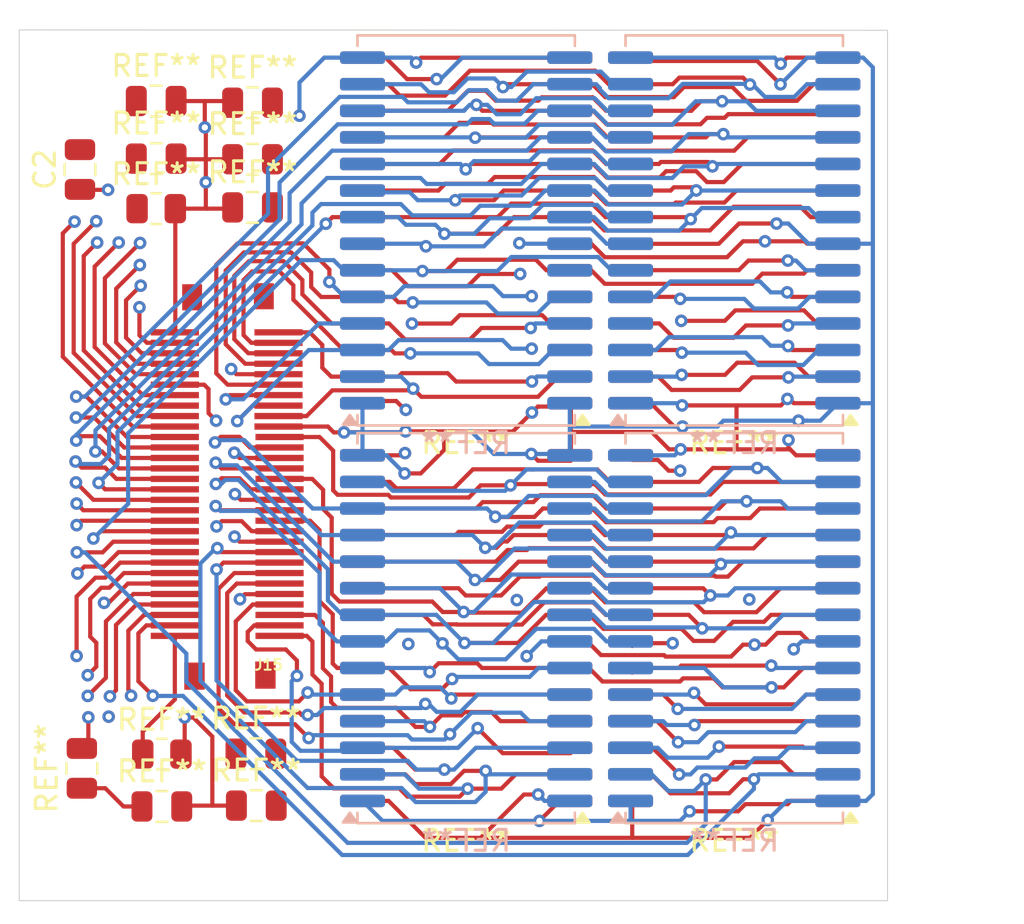
<source format=kicad_pcb>
(kicad_pcb (version 20241229) (generator "pcbnew") (generator_version "9.0")
  (layers (0 "F.Cu" signal) (4 "In1.Cu" signal) (6 "In2.Cu" signal) (2 "B.Cu" signal) (13 "F.Paste" user) (15 "B.Paste" user) (5 "F.SilkS" user "F.Silkscreen") (7 "B.SilkS" user "B.Silkscreen") (1 "F.Mask" user) (3 "B.Mask" user) (25 "Edge.Cuts" user))
  (net 0 "")
  (net 1 "J1_10")
  (net 2 "J1_1")
  (net 3 "J1_2")
  (net 4 "J1_3")
  (net 5 "J1_4")
  (net 6 "J1_5")
  (net 7 "J1_6")
  (net 8 "J1_7")
  (net 9 "J1_8")
  (net 10 "J1_9")
  (net 11 "J1_11")
  (net 12 "J1_12")
  (net 13 "J1_13")
  (net 14 "J1_14")
  (net 15 "J1_15")
  (net 16 "J1_16")
  (net 17 "J1_17")
  (net 18 "J1_18")
  (net 19 "J1_19")
  (net 20 "J1_20")
  (net 21 "J1_21")
  (net 22 "J1_22")
  (net 23 "J1_23")
  (net 24 "J1_24")
  (net 25 "J1_25")
  (net 26 "J1_26")
  (net 27 "J1_27")
  (net 28 "J1_28")
  (net 29 "J1_29")
  (net 30 "J1_30")
  (net 31 "J1_31")
  (net 32 "J1_32")
  (net 33 "J1_33")
  (net 34 "J1_34")
  (net 35 "J1_35")
  (net 36 "J1_36")
  (net 37 "J1_37")
  (net 38 "J1_38")
  (net 39 "J1_39")
  (net 40 "J1_40")
  (net 41 "J1_41")
  (net 42 "J1_42")
  (net 43 "J1_43")
  (net 44 "J1_44")
  (net 45 "J1_45")
  (net 46 "J1_46")
  (net 47 "J1_47")
  (net 48 "J1_48")
  (net 49 "J1_49")
  (net 50 "J1_50")
  (net 51 "J1_51")
  (net 52 "J1_52")
  (net 53 "J1_53")
  (net 54 "J1_54")
  (net 55 "J1_55")
  (net 56 "J1_56")
  (net 57 "J1_57")
  (net 58 "J1_58")
  (net 59 "J1_59")
  (net 60 "J1_60")
  (footprint "Capacitor_SMD:C_0805_2012Metric" (layer "F.Cu") (at 115.6 81.82)
    (property "Reference" "REF**")
    (property "Value" "C_0805_2012Metric")
  )
  (footprint "Resistor_SMD:R_0805_2012Metric" (layer "F.Cu") (at 115.6 86.96)
    (property "Reference" "REF**")
    (property "Value" "R_0805_2012Metric")
  )
  (footprint "Capacitor_SMD:C_0805_2012Metric" (layer "F.Cu") (at 115.87 115.52)
    (property "Reference" "REF**")
    (property "Value" "C_0805_2012Metric")
  )
  (footprint "Capacitor_SMD:C_0805_2012Metric" (layer "F.Cu") (at 112.05 113.7 90)
    (property "Reference" "REF**")
    (property "Value" "C_0805_2012Metric")
  )
  (footprint "Package_SO:SOJ-28_10.16x18.415mm_P1.27mm" (layer "F.Cu") (at 130.4 88 180)
    (property "Reference" "REF**")
    (property "Value" "SOJ-28_10.16x18.415mm_P1.27mm")
  )
  (footprint "Capacitor_SMD:C_0805_2012Metric" (layer "F.Cu") (at 115.6 84.57)
    (property "Reference" "REF**")
    (property "Value" "C_0805_2012Metric")
  )
  (footprint "Capacitor_SMD:C_0805_2012Metric" (layer "F.Cu") (at 111.96 85.09 90)
    (property "Reference" "C2")
    (property "Value" "C_0805_2012Metric")
  )
  (footprint "Capacitor_SMD:C_0805_2012Metric" (layer "F.Cu") (at 120.2 81.9)
    (property "Reference" "REF**")
    (property "Value" "C_0805_2012Metric")
  )
  (footprint "Resistor_SMD:R_0805_2012Metric" (layer "F.Cu") (at 115.87 113.02)
    (property "Reference" "REF**")
    (property "Value" "R_0805_2012Metric")
  )
  (footprint "Package_SO:SOJ-28_10.16x18.415mm_P1.27mm" (layer "F.Cu") (at 143.2 107 180)
    (property "Reference" "REF**")
    (property "Value" "SOJ-28_10.16x18.415mm_P1.27mm")
  )
  (footprint "Capacitor_SMD:C_0805_2012Metric" (layer "F.Cu") (at 120.36 113)
    (property "Reference" "REF**")
    (property "Value" "C_0805_2012Metric")
  )
  (footprint "Package_SO:SOJ-28_10.16x18.415mm_P1.27mm" (layer "F.Cu") (at 143.2 88 180)
    (property "Reference" "REF**")
    (property "Value" "SOJ-28_10.16x18.415mm_P1.27mm")
  )
  (footprint "Library:RAM Module" (layer "F.Cu") (at 118.94 100.27)
    (property "Reference" "J15")
    (property "Value" "RAM Module")
  )
  (footprint "Capacitor_SMD:C_0805_2012Metric" (layer "F.Cu") (at 120.2 86.9)
    (property "Reference" "REF**")
    (property "Value" "C_0805_2012Metric")
  )
  (footprint "Package_SO:SOJ-28_10.16x18.415mm_P1.27mm" (layer "F.Cu") (at 130.4 107 180)
    (property "Reference" "REF**")
    (property "Value" "SOJ-28_10.16x18.415mm_P1.27mm")
  )
  (footprint "Capacitor_SMD:C_0805_2012Metric" (layer "F.Cu") (at 120.38 115.48)
    (property "Reference" "REF**")
    (property "Value" "C_0805_2012Metric")
  )
  (footprint "Capacitor_SMD:C_0805_2012Metric" (layer "F.Cu") (at 120.2 84.6)
    (property "Reference" "REF**")
    (property "Value" "C_0805_2012Metric")
  )
  (footprint "Package_SO:SOJ-28_10.16x18.415mm_P1.27mm" (layer "B.Cu") (at 143.2 88)
    (property "Reference" "REF**")
    (property "Value" "SOJ-28_10.16x18.415mm_P1.27mm")
  )
  (footprint "Package_SO:SOJ-28_10.16x18.415mm_P1.27mm" (layer "B.Cu") (at 130.4 107)
    (property "Reference" "REF**")
    (property "Value" "SOJ-28_10.16x18.415mm_P1.27mm")
  )
  (footprint "Package_SO:SOJ-28_10.16x18.415mm_P1.27mm" (layer "B.Cu") (at 130.4 88)
    (property "Reference" "REF**")
    (property "Value" "SOJ-28_10.16x18.415mm_P1.27mm")
  )
  (footprint "Package_SO:SOJ-28_10.16x18.415mm_P1.27mm" (layer "B.Cu") (at 143.2 107)
    (property "Reference" "REF**")
    (property "Value" "SOJ-28_10.16x18.415mm_P1.27mm")
  )
  (gr_line (start 150.52 120.02) (end 150.52 78.46) (stroke (width 0.05)) (layer "Edge.Cuts"))
  (gr_line (start 109.06 120.02) (end 150.52 120.02) (stroke (width 0.05)) (layer "Edge.Cuts"))
  (gr_line (start 149.95 78.44) (end 109.06 78.42) (stroke (width 0.05)) (layer "Edge.Cuts"))
  (gr_line (start 109.06 78.42) (end 109.06 120.02) (stroke (width 0.05)) (layer "Edge.Cuts"))
  (gr_line (start 149.95 78.44) (end 150.52 78.440279) (stroke (width 0.05)) (layer "Edge.Cuts"))
  (segment (start 127.81 92.45) (end 129.69 92.45) (width 0.2) (layer "F.Cu") (net 0))
  (segment (start 138.33 109.125) (end 138.33 108.905) (width 0.2) (layer "F.Cu") (net 0))
  (segment (start 146.525 112.715) (end 148.01 112.715) (width 0.2) (layer "F.Cu") (net 0))
  (segment (start 138.25 92.445) (end 139.625 92.445) (width 0.2) (layer "F.Cu") (net 0))
  (segment (start 128.99 80.77) (end 127.58 80.77) (width 0.2) (layer "F.Cu") (net 0))
  (segment (start 116.96 112.8425) (end 116.7825 113.02) (width 0.2) (layer "F.Cu") (net 0))
  (segment (start 143.79 100.94) (end 142.82 100.94) (width 0.2) (layer "F.Cu") (net 0))
  (segment (start 140.32 81.63) (end 140.8 81.15) (width 0.2) (layer "F.Cu") (net 0))
  (segment (start 118.28 115.48) (end 118.28 112.18) (width 0.2) (layer "F.Cu") (net 0))
  (segment (start 127.48 98.64) (end 127.375 98.745) (width 0.2) (layer "F.Cu") (net 0))
  (segment (start 139.95 85.17) (end 141.38 85.17) (width 0.2) (layer "F.Cu") (net 0))
  (segment (start 137.095 101.285) (end 136.46 100.65) (width 0.2) (layer "F.Cu") (net 0))
  (segment (start 136.91 109.55) (end 136.265 108.905) (width 0.2) (layer "F.Cu") (net 0))
  (segment (start 135.345 79.75) (end 135.35 79.745) (width 0.2) (layer "F.Cu") (net 0))
  (segment (start 118.28 112.18) (end 117.37 111.27) (width 0.2) (layer "F.Cu") (net 0))
  (segment (start 136.465 84.825) (end 137.11 85.47) (width 0.2) (layer "F.Cu") (net 0))
  (segment (start 129.961 106.831) (end 133.066043 106.831) (width 0.2) (layer "F.Cu") (net 0))
  (segment (start 142.73 86.67) (end 143.305 86.095) (width 0.2) (layer "F.Cu") (net 0))
  (segment (start 134.03 92.05) (end 134.585 92.605) (width 0.2) (layer "F.Cu") (net 0))
  (segment (start 130.83 83.57) (end 130.845 83.555) (width 0.2) (layer "F.Cu") (net 0))
  (segment (start 144.3 99.35) (end 142.18 99.35) (width 0.2) (layer "F.Cu") (net 0))
  (segment (start 136.47 105.77) (end 137.065 106.365) (width 0.2) (layer "F.Cu") (net 0))
  (segment (start 139.515 111.445) (end 138.25 111.445) (width 0.2) (layer "F.Cu") (net 0))
  (segment (start 133.9 116.21) (end 134.855 115.255) (width 0.2) (layer "F.Cu") (net 0))
  (segment (start 137.065 105.095) (end 138.25 105.095) (width 0.2) (layer "F.Cu") (net 0))
  (segment (start 136.44 103.18) (end 137.085 103.825) (width 0.2) (layer "F.Cu") (net 0))
  (segment (start 139.625 92.445) (end 140.31 93.13) (width 0.2) (layer "F.Cu") (net 0))
  (segment (start 140.41 86.67) (end 142.73 86.67) (width 0.2) (layer "F.Cu") (net 0))
  (segment (start 133.94 100.65) (end 133.61 100.98) (width 0.2) (layer "F.Cu") (net 0))
  (segment (start 140.52 112.45) (end 139.515 111.445) (width 0.2) (layer "F.Cu") (net 0))
  (segment (start 136.465 82.285) (end 137.11 82.93) (width 0.2) (layer "F.Cu") (net 0))
  (segment (start 146.36 107.23) (end 146.765 107.635) (width 0.2) (layer "F.Cu") (net 0))
  (segment (start 142.7 85.69) (end 143.565 84.825) (width 0.2) (layer "F.Cu") (net 0))
  (segment (start 143.34 94.32) (end 146.08 94.32) (width 0.2) (layer "F.Cu") (net 0))
  (segment (start 143.17 86.87) (end 146.36 86.87) (width 0.2) (layer "F.Cu") (net 0))
  (segment (start 142.18 99.35) (end 141.515 100.015) (width 0.2) (layer "F.Cu") (net 0))
  (segment (start 128.81 106.82) (end 129.95 106.82) (width 0.2) (layer "F.Cu") (net 0))
  (segment (start 141.59 82.93) (end 141.9 82.62) (width 0.2) (layer "F.Cu") (net 0))
  (segment (start 143.04 102.43) (end 142.915 102.555) (width 0.2) (layer "F.Cu") (net 0))
  (segment (start 137.11 85.47) (end 139.65 85.47) (width 0.2) (layer "F.Cu") (net 0))
  (segment (start 143.88 89.44) (end 145.76 89.44) (width 0.2) (layer "F.Cu") (net 0))
  (segment (start 131.815 103.825) (end 132.37 103.27) (width 0.2) (layer "F.Cu") (net 0))
  (segment (start 142.75 92.32) (end 143.25 91.82) (width 0.2) (layer "F.Cu") (net 0))
  (segment (start 126.555 79.745) (end 125.45 79.745) (width 0.2) (layer "F.Cu") (net 0))
  (segment (start 132.98 90.08) (end 131.06 90.08) (width 0.2) (layer "F.Cu") (net 0))
  (segment (start 130.845 83.555) (end 136.405 83.555) (width 0.2) (layer "F.Cu") (net 0))
  (segment (start 143.2 84.19) (end 143.835 83.555) (width 0.2) (layer "F.Cu") (net 0))
  (segment (start 128.355 106.365) (end 128.81 106.82) (width 0.2) (layer "F.Cu") (net 0))
  (segment (start 127.63 90.67) (end 126.865 89.905) (width 0.2) (layer "F.Cu") (net 0))
  (segment (start 137.02 89.28) (end 142.86 89.28) (width 0.2) (layer "F.Cu") (net 0))
  (segment (start 137.065 106.365) (end 138.25 106.365) (width 0.2) (layer "F.Cu") (net 0))
  (segment (start 134.585 92.605) (end 135.4 92.605) (width 0.2) (layer "F.Cu") (net 0))
  (segment (start 141.715 105.095) (end 142.06 105.44) (width 0.2) (layer "F.Cu") (net 0))
  (segment (start 145.57 109.83) (end 146.495 108.905) (width 0.2) (layer "F.Cu") (net 0))
  (segment (start 143.25 91.82) (end 146.53 91.82) (width 0.2) (layer "F.Cu") (net 0))
  (segment (start 138.33 108.905) (end 140.555 108.905) (width 0.2) (layer "F.Cu") (net 0))
  (segment (start 133.89 102.15) (end 134.07 101.97) (width 0.2) (layer "F.Cu") (net 0))
  (segment (start 145.77 93.52) (end 145.965 93.715) (width 0.2) (layer "F.Cu") (net 0))
  (segment (start 143.46 95.62) (end 144.06 95.02) (width 0.2) (layer "F.Cu") (net 0))
  (segment (start 132.07 105.44) (end 132.97 104.54) (width 0.2) (layer "F.Cu") (net 0))
  (segment (start 135.35 88.635) (end 136.375 88.635) (width 0.2) (layer "F.Cu") (net 0))
  (segment (start 131.06 90.08) (end 130.47 90.67) (width 0.2) (layer "F.Cu") (net 0))
  (segment (start 146.08 94.32) (end 146.745 94.985) (width 0.2) (layer "F.Cu") (net 0))
  (segment (start 137.085 103.825) (end 138.25 103.825) (width 0.2) (layer "F.Cu") (net 0))
  (segment (start 142.445 103.825) (end 142.56 103.94) (width 0.2) (layer "F.Cu") (net 0))
  (segment (start 146.53 91.82) (end 147.315 92.605) (width 0.2) (layer "F.Cu") (net 0))
  (segment (start 142.04 88) (end 143.17 86.87) (width 0.2) (layer "F.Cu") (net 0))
  (segment (start 125.45 102.555) (end 129.895 102.555) (width 0.2) (layer "F.Cu") (net 0))
  (segment (start 128.24 79.75) (end 135.345 79.75) (width 0.2) (layer "F.Cu") (net 0))
  (segment (start 127.375 98.745) (end 125.45 98.745) (width 0.2) (layer "F.Cu") (net 0))
  (segment (start 129.82 100.32) (end 127.062987 100.32) (width 0.2) (layer "F.Cu") (net 0))
  (segment (start 145.91 115.25) (end 148.145 115.25) (width 0.2) (layer "F.Cu") (net 0))
  (segment (start 137.255 100.015) (end 136.654 99.414) (width 0.2) (layer "F.Cu") (net 0))
  (segment (start 140.575 93.715) (end 138.25 93.715) (width 0.2) (layer "F.Cu") (net 0))
  (segment (start 139.555 98.965) (end 140.07 99.48) (width 0.2) (layer "F.Cu") (net 0))
  (segment (start 146.47 112.66) (end 146.525 112.715) (width 0.2) (layer "F.Cu") (net 0))
  (segment (start 146.495 108.905) (end 148.01 108.905) (width 0.2) (layer "F.Cu") (net 0))
  (segment (start 129.895 102.555) (end 130.05 102.4) (width 0.2) (layer "F.Cu") (net 0))
  (segment (start 136.464 104.494) (end 137.065 105.095) (width 0.2) (layer "F.Cu") (net 0))
  (segment (start 136.265 108.905) (end 131.155 108.905) (width 0.2) (layer "F.Cu") (net 0))
  (segment (start 141.515 100.015) (end 138.25 100.015) (width 0.2) (layer "F.Cu") (net 0))
  (segment (start 144.98 109.83) (end 145.57 109.83) (width 0.2) (layer "F.Cu") (net 0))
  (segment (start 138.25 89.905) (end 138.255 89.9) (width 0.2) (layer "F.Cu") (net 0))
  (segment (start 143.62 88.52) (end 144.67 88.52) (width 0.2) (layer "F.Cu") (net 0))
  (segment (start 112.36 111.26) (end 112.36 112.44) (width 0.2) (layer "F.Cu") (net 0))
  (segment (start 132.195 86.095) (end 136.455 86.095) (width 0.2) (layer "F.Cu") (net 0))
  (segment (start 137.025 102.555) (end 138.25 102.555) (width 0.2) (layer "F.Cu") (net 0))
  (segment (start 128.01 79.98) (end 128.24 79.75) (width 0.2) (layer "F.Cu") (net 0))
  (segment (start 130.09 92.05) (end 134.03 92.05) (width 0.2) (layer "F.Cu") (net 0))
  (segment (start 136.44 101.97) (end 137.025 102.555) (width 0.2) (layer "F.Cu") (net 0))
  (segment (start 130.885 101.285) (end 125.45 101.285) (width 0.2) (layer "F.Cu") (net 0))
  (segment (start 140.62 91.27) (end 140.525 91.175) (width 0.2) (layer "F.Cu") (net 0))
  (segment (start 126.865 89.905) (end 125.45 89.905) (width 0.2) (layer "F.Cu") (net 0))
  (segment (start 141.83 110.64) (end 146.17 110.64) (width 0.2) (layer "F.Cu") (net 0))
  (segment (start 141.9 82.62) (end 142.74 82.62) (width 0.2) (layer "F.Cu") (net 0))
  (segment (start 127.58 80.77) (end 126.555 79.745) (width 0.2) (layer "F.Cu") (net 0))
  (segment (start 141.485 111.445) (end 148.01 111.445) (width 0.2) (layer "F.Cu") (net 0))
  (segment (start 143.05 108.36) (end 139.92 108.36) (width 0.2) (layer "F.Cu") (net 0))
  (segment (start 125.45 103.825) (end 131.815 103.825) (width 0.2) (layer "F.Cu") (net 0))
  (segment (start 138.465 107.72) (end 138.33 107.855) (width 0.2) (layer "F.Cu") (net 0))
  (segment (start 142.86 89.28) (end 143.62 88.52) (width 0.2) (layer "F.Cu") (net 0))
  (segment (start 140.31 93.13) (end 143.17 93.13) (width 0.2) (layer "F.Cu") (net 0))
  (segment (start 142.475 101.285) (end 137.095 101.285) (width 0.2) (layer "F.Cu") (net 0))
  (segment (start 143.77 81.81) (end 146.19 81.81) (width 0.2) (layer "F.Cu") (net 0))
  (segment (start 127.48 96.57) (end 127.06 96.15) (width 0.2) (layer "F.Cu") (net 0))
  (segment (start 140.5 110.86) (end 139.815 110.175) (width 0.2) (layer "F.Cu") (net 0))
  (segment (start 127.52 96.57) (end 127.48 96.57) (width 0.2) (layer "F.Cu") (net 0))
  (segment (start 142.65 109.83) (end 142.22 109.4) (width 0.2) (layer "F.Cu") (net 0))
  (segment (start 141.07 115.75) (end 143.39 115.75) (width 0.2) (layer "F.Cu") (net 0))
  (segment (start 144.98 109.83) (end 142.65 109.83) (width 0.2) (layer "F.Cu") (net 0))
  (segment (start 136.46 100.65) (end 133.94 100.65) (width 0.2) (layer "F.Cu") (net 0))
  (segment (start 136.425 81.015) (end 137.04 81.63) (width 0.2) (layer "F.Cu") (net 0))
  (segment (start 140.67 108.79) (end 144.97 108.79) (width 0.2) (layer "F.Cu") (net 0))
  (segment (start 133.946 104.494) (end 136.464 104.494) (width 0.2) (layer "F.Cu") (net 0))
  (segment (start 139.815 110.175) (end 138.25 110.175) (width 0.2) (layer "F.Cu") (net 0))
  (segment (start 144.06 95.02) (end 145.79 95.02) (width 0.2) (layer "F.Cu") (net 0))
  (segment (start 140.69 94.9) (end 142.76 94.9) (width 0.2) (layer "F.Cu") (net 0))
  (segment (start 137.04 81.63) (end 140.32 81.63) (width 0.2) (layer "F.Cu") (net 0))
  (segment (start 112.05 114.65) (end 113.17 114.65) (width 0.2) (layer "F.Cu") (net 0))
  (segment (start 146.985 81.015) (end 148.09 81.015) (width 0.2) (layer "F.Cu") (net 0))
  (segment (start 113.17 114.65) (end 114.04 115.52) (width 0.2) (layer "F.Cu") (net 0))
  (segment (start 132.97 104.54) (end 133.9 104.54) (width 0.2) (layer "F.Cu") (net 0))
  (segment (start 136.365 87.365) (end 137 88) (width 0.2) (layer "F.Cu") (net 0))
  (segment (start 138.33 98.965) (end 139.555 98.965) (width 0.2) (layer "F.Cu") (net 0))
  (segment (start 145.42 80.04) (end 145.715 79.745) (width 0.2) (layer "F.Cu") (net 0))
  (segment (start 139.575 94.985) (end 140.21 95.62) (width 0.2) (layer "F.Cu") (net 0))
  (segment (start 137 88) (end 142.04 88) (width 0.2) (layer "F.Cu") (net 0))
  (segment (start 136.654 99.414) (end 130.726 99.414) (width 0.2) (layer "F.Cu") (net 0))
  (segment (start 137.04 84.19) (end 143.2 84.19) (width 0.2) (layer "F.Cu") (net 0))
  (segment (start 131.155 108.905) (end 130.93 108.68) (width 0.2) (layer "F.Cu") (net 0))
  (segment (start 143.17 93.13) (end 143.76 92.54) (width 0.2) (layer "F.Cu") (net 0))
  (segment (start 133.3 103.27) (end 133.39 103.18) (width 0.2) (layer "F.Cu") (net 0))
  (segment (start 130.726 99.414) (end 129.82 100.32) (width 0.2) (layer "F.Cu") (net 0))
  (segment (start 127.062987 100.32) (end 126.757987 100.015) (width 0.2) (layer "F.Cu") (net 0))
  (segment (start 119.43 115.48) (end 118.28 115.48) (width 0.2) (layer "F.Cu") (net 0))
  (segment (start 146.19 81.81) (end 146.985 81.015) (width 0.2) (layer "F.Cu") (net 0))
  (segment (start 144.17 107.79) (end 143.62 107.79) (width 0.2) (layer "F.Cu") (net 0))
  (segment (start 130.38 105.44) (end 132.07 105.44) (width 0.2) (layer "F.Cu") (net 0))
  (segment (start 146.765 107.635) (end 148.01 107.635) (width 0.2) (layer "F.Cu") (net 0))
  (segment (start 130.635 84.825) (end 136.465 84.825) (width 0.2) (layer "F.Cu") (net 0))
  (segment (start 139.85 108.29) (end 136.84 108.29) (width 0.2) (layer "F.Cu") (net 0))
  (segment (start 138.25 103.825) (end 142.445 103.825) (width 0.2) (layer "F.Cu") (net 0))
  (segment (start 140.57 113.99) (end 139.295 112.715) (width 0.2) (layer "F.Cu") (net 0))
  (segment (start 113.3 86.06) (end 111.98 86.06) (width 0.2) (layer "F.Cu") (net 0))
  (segment (start 129.08 108.68) (end 128.66 109.1) (width 0.2) (layer "F.Cu") (net 0))
  (segment (start 146.17 110.64) (end 146.635 110.175) (width 0.2) (layer "F.Cu") (net 0))
  (segment (start 144.67 88.52) (end 146.57 88.52) (width 0.2) (layer "F.Cu") (net 0))
  (segment (start 145.73 90.96) (end 145.945 91.175) (width 0.2) (layer "F.Cu") (net 0))
  (segment (start 140.7 93.84) (end 140.575 93.715) (width 0.2) (layer "F.Cu") (net 0))
  (segment (start 140.26 107.72) (end 138.465 107.72) (width 0.2) (layer "F.Cu") (net 0))
  (segment (start 140.8 81.15) (end 143.11 81.15) (width 0.2) (layer "F.Cu") (net 0))
  (segment (start 146.57 88.52) (end 146.685 88.635) (width 0.2) (layer "F.Cu") (net 0))
  (segment (start 142.915 82.445) (end 148.25 82.445) (width 0.2) (layer "F.Cu") (net 0))
  (segment (start 130.38 85.08) (end 130.635 84.825) (width 0.2) (layer "F.Cu") (net 0))
  (segment (start 132.16 81.15) (end 132.295 81.015) (width 0.2) (layer "F.Cu") (net 0))
  (segment (start 140.555 108.905) (end 140.67 108.79) (width 0.2) (layer "F.Cu") (net 0))
  (segment (start 140.525 91.175) (end 138.25 91.175) (width 0.2) (layer "F.Cu") (net 0))
  (segment (start 139.65 85.47) (end 139.95 85.17) (width 0.2) (layer "F.Cu") (net 0))
  (segment (start 141.38 85.17) (end 141.9 85.69) (width 0.2) (layer "F.Cu") (net 0))
  (segment (start 147.315 92.605) (end 148.25 92.605) (width 0.2) (layer "F.Cu") (net 0))
  (segment (start 142.915 102.555) (end 138.25 102.555) (width 0.2) (layer "F.Cu") (net 0))
  (segment (start 138.25 105.095) (end 141.715 105.095) (width 0.2) (layer "F.Cu") (net 0))
  (segment (start 125.45 106.365) (end 128.355 106.365) (width 0.2) (layer "F.Cu") (net 0))
  (segment (start 134.855 115.255) (end 135.35 115.255) (width 0.2) (layer "F.Cu") (net 0))
  (segment (start 140.21 95.62) (end 143.46 95.62) (width 0.2) (layer "F.Cu") (net 0))
  (segment (start 134.07 101.97) (end 136.44 101.97) (width 0.2) (layer "F.Cu") (net 0))
  (segment (start 137.1 86.74) (end 140.34 86.74) (width 0.2) (layer "F.Cu") (net 0))
  (segment (start 129.36 88.16) (end 131.89 88.16) (width 0.2) (layer "F.Cu") (net 0))
  (segment (start 146.635 110.175) (end 148.15 110.175) (width 0.2) (layer "F.Cu") (net 0))
  (segment (start 134.127043 105.77) (end 136.47 105.77) (width 0.2) (layer "F.Cu") (net 0))
  (segment (start 132.295 81.015) (end 136.425 81.015) (width 0.2) (layer "F.Cu") (net 0))
  (segment (start 131.19 100.98) (end 130.885 101.285) (width 0.2) (layer "F.Cu") (net 0))
  (segment (start 146.745 94.985) (end 148.15 94.985) (width 0.2) (layer "F.Cu") (net 0))
  (segment (start 140.34 86.74) (end 140.41 86.67) (width 0.2) (layer "F.Cu") (net 0))
  (segment (start 145.965 93.715) (end 148.15 93.715) (width 0.2) (layer "F.Cu") (net 0))
  (segment (start 145.26 107.23) (end 146.36 107.23) (width 0.2) (layer "F.Cu") (net 0))
  (segment (start 142.76 94.9) (end 143.34 94.32) (width 0.2) (layer "F.Cu") (net 0))
  (segment (start 141.9 85.69) (end 142.7 85.69) (width 0.2) (layer "F.Cu") (net 0))
  (segment (start 144.7 107.79) (end 145.26 107.23) (width 0.2) (layer "F.Cu") (net 0))
  (segment (start 133.39 103.18) (end 136.44 103.18) (width 0.2) (layer "F.Cu") (net 0))
  (segment (start 142.47 112.66) (end 146.47 112.66) (width 0.2) (layer "F.Cu") (net 0))
  (segment (start 140.61 109.55) (end 136.91 109.55) (width 0.2) (layer "F.Cu") (net 0))
  (segment (start 143.42 89.9) (end 143.88 89.44) (width 0.2) (layer "F.Cu") (net 0))
  (segment (start 133.066043 106.831) (end 134.127043 105.77) (width 0.2) (layer "F.Cu") (net 0))
  (segment (start 130.035 105.095) (end 130.38 105.44) (width 0.2) (layer "F.Cu") (net 0))
  (segment (start 136.185 107.635) (end 135.35 107.635) (width 0.2) (layer "F.Cu") (net 0))
  (segment (start 142.22 109.4) (end 140.76 109.4) (width 0.2) (layer "F.Cu") (net 0))
  (segment (start 138.25 94.985) (end 139.575 94.985) (width 0.2) (layer "F.Cu") (net 0))
  (segment (start 136.84 108.29) (end 136.185 107.635) (width 0.2) (layer "F.Cu") (net 0))
  (segment (start 140.67 92.32) (end 142.75 92.32) (width 0.2) (layer "F.Cu") (net 0))
  (segment (start 132.36 102.15) (end 133.89 102.15) (width 0.2) (layer "F.Cu") (net 0))
  (segment (start 129.88 86.56) (end 131.73 86.56) (width 0.2) (layer "F.Cu") (net 0))
  (segment (start 138.255 89.9) (end 143.42 89.9) (width 0.2) (layer "F.Cu") (net 0))
  (segment (start 143.73 115.41) (end 145.75 115.41) (width 0.2) (layer "F.Cu") (net 0))
  (segment (start 136.455 86.095) (end 137.1 86.74) (width 0.2) (layer "F.Cu") (net 0))
  (segment (start 133.61 100.98) (end 131.19 100.98) (width 0.2) (layer "F.Cu") (net 0))
  (segment (start 117.37 111.27) (end 116.96 111.27) (width 0.2) (layer "F.Cu") (net 0))
  (segment (start 138.25 106.365) (end 141.025 106.365) (width 0.2) (layer "F.Cu") (net 0))
  (segment (start 112.36 112.44) (end 112.05 112.75) (width 0.2) (layer "F.Cu") (net 0))
  (segment (start 139.92 108.36) (end 139.85 108.29) (width 0.2) (layer "F.Cu") (net 0))
  (segment (start 143.305 86.095) (end 148.09 86.095) (width 0.2) (layer "F.Cu") (net 0))
  (segment (start 145.715 79.745) (end 148.09 79.745) (width 0.2) (layer "F.Cu") (net 0))
  (segment (start 138.25 100.015) (end 137.255 100.015) (width 0.2) (layer "F.Cu") (net 0))
  (segment (start 142.82 100.94) (end 142.475 101.285) (width 0.2) (layer "F.Cu") (net 0))
  (segment (start 145.75 115.41) (end 145.91 115.25) (width 0.2) (layer "F.Cu") (net 0))
  (segment (start 145.945 91.175) (end 148.09 91.175) (width 0.2) (layer "F.Cu") (net 0))
  (segment (start 129.69 92.45) (end 130.09 92.05) (width 0.2) (layer "F.Cu") (net 0))
  (segment (start 137.11 82.93) (end 141.59 82.93) (width 0.2) (layer "F.Cu") (net 0))
  (segment (start 143.39 115.75) (end 143.73 115.41) (width 0.2) (layer "F.Cu") (net 0))
  (segment (start 141.28 110.09) (end 141.83 110.64) (width 0.2) (layer "F.Cu") (net 0))
  (segment (start 126.757987 100.015) (end 125.45 100.015) (width 0.2) (layer "F.Cu") (net 0))
  (segment (start 131.73 86.56) (end 132.195 86.095) (width 0.2) (layer "F.Cu") (net 0))
  (segment (start 136.375 88.635) (end 137.02 89.28) (width 0.2) (layer "F.Cu") (net 0))
  (segment (start 140.76 109.4) (end 140.61 109.55) (width 0.2) (layer "F.Cu") (net 0))
  (segment (start 131.89 88.16) (end 132.685 87.365) (width 0.2) (layer "F.Cu") (net 0))
  (segment (start 116.96 111.27) (end 116.96 112.8425) (width 0.2) (layer "F.Cu") (net 0))
  (segment (start 129.95 106.82) (end 129.961 106.831) (width 0.2) (layer "F.Cu") (net 0))
  (segment (start 111.98 86.06) (end 111.96 86.04) (width 0.2) (layer "F.Cu") (net 0))
  (segment (start 118.28 115.48) (end 116.86 115.48) (width 0.2) (layer "F.Cu") (net 0))
  (segment (start 140.07 99.48) (end 140.62 99.48) (width 0.2) (layer "F.Cu") (net 0))
  (segment (start 130.93 108.68) (end 129.08 108.68) (width 0.2) (layer "F.Cu") (net 0))
  (segment (start 142.74 82.62) (end 142.915 82.445) (width 0.2) (layer "F.Cu") (net 0))
  (segment (start 143.565 84.825) (end 148.09 84.825) (width 0.2) (layer "F.Cu") (net 0))
  (segment (start 146.855 87.365) (end 148.15 87.365) (width 0.2) (layer "F.Cu") (net 0))
  (segment (start 139.295 112.715) (end 138.25 112.715) (width 0.2) (layer "F.Cu") (net 0))
  (segment (start 146.685 88.635) (end 148.09 88.635) (width 0.2) (layer "F.Cu") (net 0))
  (segment (start 130.05 102.4) (end 132.11 102.4) (width 0.2) (layer "F.Cu") (net 0))
  (segment (start 131.175 82.285) (end 136.465 82.285) (width 0.2) (layer "F.Cu") (net 0))
  (segment (start 125.455 96.15) (end 125.45 96.155) (width 0.2) (layer "F.Cu") (net 0))
  (segment (start 143.835 83.555) (end 148.09 83.555) (width 0.2) (layer "F.Cu") (net 0))
  (segment (start 143.62 107.79) (end 143.05 108.36) (width 0.2) (layer "F.Cu") (net 0))
  (segment (start 130.89 82) (end 131.175 82.285) (width 0.2) (layer "F.Cu") (net 0))
  (segment (start 114.04 115.52) (end 114.92 115.52) (width 0.2) (layer "F.Cu") (net 0))
  (segment (start 146.36 86.87) (end 146.855 87.365) (width 0.2) (layer "F.Cu") (net 0))
  (segment (start 125.45 105.095) (end 130.035 105.095) (width 0.2) (layer "F.Cu") (net 0))
  (segment (start 141.3 111.63) (end 141.485 111.445) (width 0.2) (layer "F.Cu") (net 0))
  (segment (start 143.11 81.15) (end 143.77 81.81) (width 0.2) (layer "F.Cu") (net 0))
  (segment (start 141.025 106.365) (end 141.67 107.01) (width 0.2) (layer "F.Cu") (net 0))
  (segment (start 132.685 87.365) (end 136.365 87.365) (width 0.2) (layer "F.Cu") (net 0))
  (segment (start 143.76 92.54) (end 145.77 92.54) (width 0.2) (layer "F.Cu") (net 0))
  (segment (start 136.405 83.555) (end 137.04 84.19) (width 0.2) (layer "F.Cu") (net 0))
  (segment (start 132.11 102.4) (end 132.36 102.15) (width 0.2) (layer "F.Cu") (net 0))
  (segment (start 144.17 107.79) (end 144.7 107.79) (width 0.2) (layer "F.Cu") (net 0))
  (segment (start 148.145 115.25) (end 148.15 115.255) (width 0.2) (layer "F.Cu") (net 0))
  (segment (start 127.06 96.15) (end 125.455 96.15) (width 0.2) (layer "F.Cu") (net 0))
  (segment (start 116.86 115.48) (end 116.82 115.52) (width 0.2) (layer "F.Cu") (net 0))
  (segment (start 132.37 103.27) (end 133.3 103.27) (width 0.2) (layer "F.Cu") (net 0))
  (segment (start 133.9 104.54) (end 133.946 104.494) (width 0.2) (layer "F.Cu") (net 0))
  (segment (start 130.47 90.67) (end 127.63 90.67) (width 0.2) (layer "F.Cu") (net 0))
  (via (at 130.89 82) (size 0.6) (drill 0.3) (layers "F.Cu" "B.Cu") (net 0))
  (via (at 140.52 112.45) (size 0.6) (drill 0.3) (layers "F.Cu" "B.Cu") (net 0))
  (via (at 132.94 88.61) (size 0.6) (drill 0.3) (layers "F.Cu" "B.Cu") (net 0))
  (via (at 140.62 99.48) (size 0.6) (drill 0.3) (layers "F.Cu" "B.Cu") (net 0))
  (via (at 130.38 85.08) (size 0.6) (drill 0.3) (layers "F.Cu" "B.Cu") (net 0))
  (via (at 113.33 111.23) (size 0.6) (drill 0.3) (layers "F.Cu" "B.Cu") (net 0))
  (via (at 129.88 86.56) (size 0.6) (drill 0.3) (layers "F.Cu" "B.Cu") (net 0))
  (via (at 143.92 105.63) (size 0.6) (drill 0.3) (layers "F.Cu" "B.Cu") (net 0))
  (via (at 133.29 108.34) (size 0.6) (drill 0.3) (layers "F.Cu" "B.Cu") (net 0))
  (via (at 140.5 110.86) (size 0.6) (drill 0.3) (layers "F.Cu" "B.Cu") (net 0))
  (via (at 132.82 105.66) (size 0.6) (drill 0.3) (layers "F.Cu" "B.Cu") (net 0))
  (via (at 128.99 80.77) (size 0.6) (drill 0.3) (layers "F.Cu" "B.Cu") (net 0))
  (via (at 112.36 111.26) (size 0.6) (drill 0.3) (layers "F.Cu" "B.Cu") (net 0))
  (via (at 127.64 107.76) (size 0.6) (drill 0.3) (layers "F.Cu" "B.Cu") (net 0))
  (via (at 127.81 92.45) (size 0.6) (drill 0.3) (layers "F.Cu" "B.Cu") (net 0))
  (via (at 132.98 90.08) (size 0.6) (drill 0.3) (layers "F.Cu" "B.Cu") (net 0))
  (via (at 129.36 88.16) (size 0.6) (drill 0.3) (layers "F.Cu" "B.Cu") (net 0))
  (via (at 145.79 95.02) (size 0.6) (drill 0.3) (layers "F.Cu" "B.Cu") (net 0))
  (via (at 130.83 83.57) (size 0.6) (drill 0.3) (layers "F.Cu" "B.Cu") (net 0))
  (via (at 113.3 86.06) (size 0.6) (drill 0.3) (layers "F.Cu" "B.Cu") (net 0))
  (via (at 142.06 105.44) (size 0.6) (drill 0.3) (layers "F.Cu" "B.Cu") (net 0))
  (via (at 133.9 116.21) (size 0.6) (drill 0.3) (layers "F.Cu" "B.Cu") (net 0))
  (via (at 143.04 102.43) (size 0.6) (drill 0.3) (layers "F.Cu" "B.Cu") (net 0))
  (via (at 140.57 113.99) (size 0.6) (drill 0.3) (layers "F.Cu" "B.Cu") (net 0))
  (via (at 116.96 111.27) (size 0.6) (drill 0.3) (layers "F.Cu" "B.Cu") (net 0))
  (via (at 144.17 107.79) (size 0.6) (drill 0.3) (layers "F.Cu" "B.Cu") (net 0))
  (via (at 145.77 92.54) (size 0.6) (drill 0.3) (layers "F.Cu" "B.Cu") (net 0))
  (via (at 143.79 100.94) (size 0.6) (drill 0.3) (layers "F.Cu" "B.Cu") (net 0))
  (via (at 140.7 93.84) (size 0.6) (drill 0.3) (layers "F.Cu" "B.Cu") (net 0))
  (via (at 127.48 98.64) (size 0.6) (drill 0.3) (layers "F.Cu" "B.Cu") (net 0))
  (via (at 128.48 88.76) (size 0.6) (drill 0.3) (layers "F.Cu" "B.Cu") (net 0))
  (via (at 141.28 110.09) (size 0.6) (drill 0.3) (layers "F.Cu" "B.Cu") (net 0))
  (via (at 144.98 109.83) (size 0.6) (drill 0.3) (layers "F.Cu" "B.Cu") (net 0))
  (via (at 140.62 91.27) (size 0.6) (drill 0.3) (layers "F.Cu" "B.Cu") (net 0))
  (via (at 140.69 94.9) (size 0.6) (drill 0.3) (layers "F.Cu" "B.Cu") (net 0))
  (via (at 140.26 107.72) (size 0.6) (drill 0.3) (layers "F.Cu" "B.Cu") (net 0))
  (via (at 141.07 115.75) (size 0.6) (drill 0.3) (layers "F.Cu" "B.Cu") (net 0))
  (via (at 127.52 96.57) (size 0.6) (drill 0.3) (layers "F.Cu" "B.Cu") (net 0))
  (via (at 128.01 79.98) (size 0.6) (drill 0.3) (layers "F.Cu" "B.Cu") (net 0))
  (via (at 146.04 108.01) (size 0.6) (drill 0.3) (layers "F.Cu" "B.Cu") (net 0))
  (via (at 144.97 108.79) (size 0.6) (drill 0.3) (layers "F.Cu" "B.Cu") (net 0))
  (via (at 122.44 82.52) (size 0.6) (drill 0.3) (layers "F.Cu" "B.Cu") (net 0))
  (via (at 145.73 90.96) (size 0.6) (drill 0.3) (layers "F.Cu" "B.Cu") (net 0))
  (via (at 141.3 111.63) (size 0.6) (drill 0.3) (layers "F.Cu" "B.Cu") (net 0))
  (via (at 132.16 81.15) (size 0.6) (drill 0.3) (layers "F.Cu" "B.Cu") (net 0))
  (via (at 142.47 112.66) (size 0.6) (drill 0.3) (layers "F.Cu" "B.Cu") (net 0))
  (via (at 144.3 99.35) (size 0.6) (drill 0.3) (layers "F.Cu" "B.Cu") (net 0))
  (via (at 128.66 109.1) (size 0.6) (drill 0.3) (layers "F.Cu" "B.Cu") (net 0))
  (via (at 144.67 88.52) (size 0.6) (drill 0.3) (layers "F.Cu" "B.Cu") (net 0))
  (via (at 142.56 103.94) (size 0.6) (drill 0.3) (layers "F.Cu" "B.Cu") (net 0))
  (via (at 140.67 92.32) (size 0.6) (drill 0.3) (layers "F.Cu" "B.Cu") (net 0))
  (via (at 141.67 107.01) (size 0.6) (drill 0.3) (layers "F.Cu" "B.Cu") (net 0))
  (via (at 145.77 93.52) (size 0.6) (drill 0.3) (layers "F.Cu" "B.Cu") (net 0))
  (via (at 145.76 89.44) (size 0.6) (drill 0.3) (layers "F.Cu" "B.Cu") (net 0))
  (via (at 145.42 80.04) (size 0.6) (drill 0.3) (layers "F.Cu" "B.Cu") (net 0))
  (segment (start 142.26 103.21) (end 143.04 102.43) (width 0.2) (layer "B.Cu") (net 0))
  (segment (start 137.144 105.764) (end 141.736 105.764) (width 0.2) (layer "B.Cu") (net 0))
  (segment (start 136.534 81.684) (end 137.135 82.285) (width 0.2) (layer "B.Cu") (net 0))
  (segment (start 146.04 108.01) (end 146.415 107.635) (width 0.2) (layer "B.Cu") (net 0))
  (segment (start 141.44 113.66) (end 143.73 113.66) (width 0.2) (layer "B.Cu") (net 0))
  (segment (start 142.03 104.47) (end 142.56 103.94) (width 0.2) (layer "B.Cu") (net 0))
  (segment (start 137.148032 101.9) (end 141.65 101.9) (width 0.2) (layer "B.Cu") (net 0))
  (segment (start 141.626 106.966) (end 141.67 107.01) (width 0.2) (layer "B.Cu") (net 0))
  (segment (start 128.93 87.73) (end 129.36 88.16) (width 0.2) (layer "B.Cu") (net 0))
  (segment (start 131.86 82.45) (end 132.98 82.45) (width 0.2) (layer "B.Cu") (net 0))
  (segment (start 144.94 93.51) (end 145.76 93.51) (width 0.2) (layer "B.Cu") (net 0))
  (segment (start 145.3 113.22) (end 145.805 112.715) (width 0.2) (layer "B.Cu") (net 0))
  (segment (start 143.165 102.555) (end 148.15 102.555) (width 0.2) (layer "B.Cu") (net 0))
  (segment (start 123.625 79.745) (end 125.45 79.745) (width 0.2) (layer "B.Cu") (net 0))
  (segment (start 146.805 91.175) (end 148.15 91.175) (width 0.2) (layer "B.Cu") (net 0))
  (segment (start 141.67 107.01) (end 144.88 107.01) (width 0.2) (layer "B.Cu") (net 0))
  (segment (start 132.56 81.15) (end 133.296 80.414) (width 0.2) (layer "B.Cu") (net 0))
  (segment (start 132.98 82.45) (end 133.746 81.684) (width 0.2) (layer "B.Cu") (net 0))
  (segment (start 137.435 81.015) (end 138.25 81.015) (width 0.2) (layer "B.Cu") (net 0))
  (segment (start 127.711 86.181) (end 128.09 86.56) (width 0.2) (layer "B.Cu") (net 0))
  (segment (start 139.99 111.63) (end 141.3 111.63) (width 0.2) (layer "B.Cu") (net 0))
  (segment (start 130.295 82.285) (end 130.34 82.24) (width 0.2) (layer "B.Cu") (net 0))
  (segment (start 130.79 88.16) (end 131.53 87.42) (width 0.2) (layer "B.Cu") (net 0))
  (segment (start 144.97 108.79) (end 145.085 108.905) (width 0.2) (layer "B.Cu") (net 0))
  (segment (start 130.11 86.33) (end 129.88 86.56) (width 0.2) (layer "B.Cu") (net 0))
  (segment (start 143.04 102.43) (end 143.165 102.555) (width 0.2) (layer "B.Cu") (net 0))
  (segment (start 136.445 102.555) (end 137.1 103.21) (width 0.2) (layer "B.Cu") (net 0))
  (segment (start 130.125 84.825) (end 130.38 85.08) (width 0.2) (layer "B.Cu") (net 0))
  (segment (start 145.085 108.905) (end 148.15 108.905) (width 0.2) (layer "B.Cu") (net 0))
  (segment (start 137.235 87.365) (end 138.25 87.365) (width 0.2) (layer "B.Cu") (net 0))
  (segment (start 140.02 113.19) (end 141.94 113.19) (width 0.2) (layer "B.Cu") (net 0))
  (segment (start 145.865 92.445) (end 148.15 92.445) (width 0.2) (layer "B.Cu") (net 0))
  (segment (start 140.7 93.84) (end 143.75 93.84) (width 0.2) (layer "B.Cu") (net 0))
  (segment (start 139.415 91.175) (end 140.15 90.44) (width 0.2) (layer "B.Cu") (net 0))
  (segment (start 141.48 112.45) (end 141.96 111.97) (width 0.2) (layer "B.Cu") (net 0))
  (segment (start 138.25 111.445) (end 139.805 111.445) (width 0.2) (layer "B.Cu") (net 0))
  (segment (start 128.63 81.4) (end 129.81 81.4) (width 0.2) (layer "B.Cu") (net 0))
  (segment (start 133.746 81.684) (end 136.534 81.684) (width 0.2) (layer "B.Cu") (net 0))
  (segment (start 125.45 86.095) (end 125.536 86.181) (width 0.2) (layer "B.Cu") (net 0))
  (segment (start 146.635 110.175) (end 148.15 110.175) (width 0.2) (layer "B.Cu") (net 0))
  (segment (start 128.355 88.635) (end 125.45 88.635) (width 0.2) (layer "B.Cu") (net 0))
  (segment (start 144.95 90.96) (end 145.73 90.96) (width 0.2) (layer "B.Cu") (net 0))
  (segment (start 125.536 86.181) (end 127.711 86.181) (width 0.2) (layer "B.Cu") (net 0))
  (segment (start 140.61 116.21) (end 138.29 116.21) (width 0.2) (layer "B.Cu") (net 0))
  (segment (start 133.906 84.224) (end 133.44 84.69) (width 0.2) (layer "B.Cu") (net 0))
  (segment (start 142.61 100.94) (end 143.79 100.94) (width 0.2) (layer "B.Cu") (net 0))
  (segment (start 130.34 82.24) (end 130.34 82.23) (width 0.2) (layer "B.Cu") (net 0))
  (segment (start 144.17 113.22) (end 145.3 113.22) (width 0.2) (layer "B.Cu") (net 0))
  (segment (start 145.76 93.51) (end 145.77 93.52) (width 0.2) (layer "B.Cu") (net 0))
  (segment (start 138.25 91.175) (end 139.415 91.175) (width 0.2) (layer "B.Cu") (net 0))
  (segment (start 131.41 82) (end 131.86 82.45) (width 0.2) (layer "B.Cu") (net 0))
  (segment (start 145.77 92.54) (end 145.865 92.445) (width 0.2) (layer "B.Cu") (net 0))
  (segment (start 137.0671 104.47) (end 142.03 104.47) (width 0.2) (layer "B.Cu") (net 0))
  (segment (start 135.35 105.095) (end 136.475 105.095) (width 0.2) (layer "B.Cu") (net 0))
  (segment (start 141.96 111.97) (end 146.12 111.97) (width 0.2) (layer "B.Cu") (net 0))
  (segment (start 141.84 100.65) (end 143.14 99.35) (width 0.2) (layer "B.Cu") (net 0))
  (segment (start 134.0571 86.78) (end 136.65 86.78) (width 0.2) (layer "B.Cu") (net 0))
  (segment (start 127.52 87.73) (end 128.93 87.73) (width 0.2) (layer "B.Cu") (net 0))
  (segment (start 136.533032 100.015) (end 137.168032 100.65) (width 0.2) (layer "B.Cu") (net 0))
  (segment (start 135.35 106.365) (end 136.445 106.365) (width 0.2) (layer "B.Cu") (net 0))
  (segment (start 129.36 88.16) (end 130.79 88.16) (width 0.2) (layer "B.Cu") (net 0))
  (segment (start 131.75 80.74) (end 132.16 81.15) (width 0.2) (layer "B.Cu") (net 0))
  (segment (start 138.29 116.21) (end 133.9 116.21) (width 0.2) (layer "B.Cu") (net 0))
  (segment (start 127.775 79.745) (end 125.45 79.745) (width 0.2) (layer "B.Cu") (net 0))
  (segment (start 133.44 84.69) (end 130.77 84.69) (width 0.2) (layer "B.Cu") (net 0))
  (segment (start 130.89 82) (end 131.41 82) (width 0.2) (layer "B.Cu") (net 0))
  (segment (start 132.16 81.15) (end 132.56 81.15) (width 0.2) (layer "B.Cu") (net 0))
  (segment (start 143.68 91.27) (end 144.14 91.73) (width 0.2) (layer "B.Cu") (net 0))
  (segment (start 142.56 103.94) (end 142.675 103.825) (width 0.2) (layer "B.Cu") (net 0))
  (segment (start 144.34 94.43) (end 146.5 94.43) (width 0.2) (layer "B.Cu") (net 0))
  (segment (start 136.484 82.954) (end 133.8731 82.954) (width 0.2) (layer "B.Cu") (net 0))
  (segment (start 130.215 79.745) (end 135.35 79.745) (width 0.2) (layer "B.Cu") (net 0))
  (segment (start 137.168032 100.65) (end 141.84 100.65) (width 0.2) (layer "B.Cu") (net 0))
  (segment (start 136.445 106.365) (end 137.046 106.966) (width 0.2) (layer "B.Cu") (net 0))
  (segment (start 139.805 111.445) (end 139.99 111.63) (width 0.2) (layer "B.Cu") (net 0))
  (segment (start 136.65 86.78) (end 137.235 87.365) (width 0.2) (layer "B.Cu") (net 0))
  (segment (start 122.44 80.93) (end 123.625 79.745) (width 0.2) (layer "B.Cu") (net 0))
  (segment (start 144.43 90.44) (end 144.95 90.96) (width 0.2) (layer "B.Cu") (net 0))
  (segment (start 145.42 100.94) (end 145.765 101.285) (width 0.2) (layer "B.Cu") (net 0))
  (segment (start 130.815 83.555) (end 130.83 83.57) (width 0.2) (layer "B.Cu") (net 0))
  (segment (start 130.34 82.23) (end 130.57 82) (width 0.2) (layer "B.Cu") (net 0))
  (segment (start 136.564 85.494) (end 133.8831 85.494) (width 0.2) (layer "B.Cu") (net 0))
  (segment (start 138.25 79.745) (end 145.125 79.745) (width 0.2) (layer "B.Cu") (net 0))
  (segment (start 125.45 81.015) (end 128.245 81.015) (width 0.2) (layer "B.Cu") (net 0))
  (segment (start 129.81 81.4) (end 130.47 80.74) (width 0.2) (layer "B.Cu") (net 0))
  (segment (start 144.3 99.35) (end 144.79 99.35) (width 0.2) (layer "B.Cu") (net 0))
  (segment (start 146.645 111.445) (end 148.15 111.445) (width 0.2) (layer "B.Cu") (net 0))
  (segment (start 133.2571 83.57) (end 130.83 83.57) (width 0.2) (layer "B.Cu") (net 0))
  (segment (start 133.995 107.635) (end 135.35 107.635) (width 0.2) (layer "B.Cu") (net 0))
  (segment (start 144.53 93.1) (end 144.94 93.51) (width 0.2) (layer "B.Cu") (net 0))
  (segment (start 126.405 116.21) (end 133.9 116.21) (width 0.2) (layer "B.Cu") (net 0))
  (segment (start 132.965 88.635) (end 135.35 88.635) (width 0.2) (layer "B.Cu") (net 0))
  (segment (start 140.605 94.985) (end 140.69 94.9) (width 0.2) (layer "B.Cu") (net 0))
  (segment (start 138.25 115.255) (end 138.25 116.17) (width 0.2) (layer "B.Cu") (net 0))
  (segment (start 125.45 115.255) (end 126.405 116.21) (width 0.2) (layer "B.Cu") (net 0))
  (segment (start 146.5 94.43) (end 147.215 93.715) (width 0.2) (layer "B.Cu") (net 0))
  (segment (start 145.765 101.285) (end 148.15 101.285) (width 0.2) (layer "B.Cu") (net 0))
  (segment (start 140.07 93.1) (end 144.53 93.1) (width 0.2) (layer "B.Cu") (net 0))
  (segment (start 130.77 84.69) (end 130.38 85.08) (width 0.2) (layer "B.Cu") (net 0))
  (segment (start 142.9 105.44) (end 143.245 105.095) (width 0.2) (layer "B.Cu") (net 0))
  (segment (start 144.14 91.73) (end 146.25 91.73) (width 0.2) (layer "B.Cu") (net 0))
  (segment (start 138.25 110.175) (end 141.195 110.175) (width 0.2) (layer "B.Cu") (net 0))
  (segment (start 131.53 87.42) (end 133.4171 87.42) (width 0.2) (layer "B.Cu") (net 0))
  (segment (start 140.52 112.45) (end 141.48 112.45) (width 0.2) (layer "B.Cu") (net 0))
  (segment (start 137.046 106.966) (end 141.626 106.966) (width 0.2) (layer "B.Cu") (net 0))
  (segment (start 128.09 86.56) (end 129.88 86.56) (width 0.2) (layer "B.Cu") (net 0))
  (segment (start 138.25 112.715) (end 139.545 112.715) (width 0.2) (layer "B.Cu") (net 0))
  (segment (start 137.135 82.285) (end 138.25 82.285) (width 0.2) (layer "B.Cu") (net 0))
  (segment (start 132.1 87.91) (end 136.38 87.91) (width 0.2) (layer "B.Cu") (net 0))
  (segment (start 136.475 105.095) (end 137.144 105.764) (width 0.2) (layer "B.Cu") (net 0))
  (segment (start 128.99 80.77) (end 129.19 80.77) (width 0.2) (layer "B.Cu") (net 0))
  (segment (start 132.94 88.61) (end 132.965 88.635) (width 0.2) (layer "B.Cu") (net 0))
  (segment (start 133.8731 82.954) (end 133.2571 83.57) (width 0.2) (layer "B.Cu") (net 0))
  (segment (start 122.44 82.52) (end 122.44 80.93) (width 0.2) (layer "B.Cu") (net 0))
  (segment (start 146.12 111.97) (end 146.645 111.445) (width 0.2) (layer "B.Cu") (net 0))
  (segment (start 131.25 88.76) (end 132.1 87.91) (width 0.2) (layer "B.Cu") (net 0))
  (segment (start 147.215 93.715) (end 148.15 93.715) (width 0.2) (layer "B.Cu") (net 0))
  (segment (start 140.15 90.44) (end 144.43 90.44) (width 0.2) (layer "B.Cu") (net 0))
  (segment (start 138.25 94.985) (end 140.605 94.985) (width 0.2) (layer "B.Cu") (net 0))
  (segment (start 141.65 101.9) (end 142.61 100.94) (width 0.2) (layer "B.Cu") (net 0))
  (segment (start 138.25 84.825) (end 137.125 84.825) (width 0.2) (layer "B.Cu") (net 0))
  (segment (start 128.48 88.76) (end 128.355 88.635) (width 0.2) (layer "B.Cu") (net 0))
  (segment (start 145.455 100.015) (end 148.15 100.015) (width 0.2) (layer "B.Cu") (net 0))
  (segment (start 146.615 89.905) (end 148.15 89.905) (width 0.2) (layer "B.Cu") (net 0))
  (segment (start 141.07 115.75) (end 140.61 116.21) (width 0.2) (layer "B.Cu") (net 0))
  (segment (start 137.1 103.21) (end 142.26 103.21) (width 0.2) (layer "B.Cu") (net 0))
  (segment (start 145.95 110.86) (end 146.635 110.175) (width 0.2) (layer "B.Cu") (net 0))
  (segment (start 141.736 105.764) (end 142.06 105.44) (width 0.2) (layer "B.Cu") (net 0))
  (segment (start 137.105 88.635) (end 138.25 88.635) (width 0.2) (layer "B.Cu") (net 0))
  (segment (start 145.805 112.715) (end 148.15 112.715) (width 0.2) (layer "B.Cu") (net 0))
  (segment (start 125.45 83.555) (end 130.815 83.555) (width 0.2) (layer "B.Cu") (net 0))
  (segment (start 142.7 109.83) (end 144.98 109.83) (width 0.2) (layer "B.Cu") (net 0))
  (segment (start 136.524 84.224) (end 133.906 84.224) (width 0.2) (layer "B.Cu") (net 0))
  (segment (start 135.35 103.825) (end 136.4221 103.825) (width 0.2) (layer "B.Cu") (net 0))
  (segment (start 129.19 80.77) (end 130.215 79.745) (width 0.2) (layer "B.Cu") (net 0))
  (segment (start 145.825 94.985) (end 148.15 94.985) (width 0.2) (layer "B.Cu") (net 0))
  (segment (start 140.62 91.27) (end 143.68 91.27) (width 0.2) (layer "B.Cu") (net 0))
  (segment (start 128.465 108.905) (end 128.66 109.1) (width 0.2) (layer "B.Cu") (net 0))
  (segment (start 135.35 101.285) (end 136.533032 101.285) (width 0.2) (layer "B.Cu") (net 0))
  (segment (start 133.8831 85.494) (end 133.0471 86.33) (width 0.2) (layer "B.Cu") (net 0))
  (segment (start 142.06 105.44) (end 142.9 105.44) (width 0.2) (layer "B.Cu") (net 0))
  (segment (start 130.57 82) (end 130.89 82) (width 0.2) (layer "B.Cu") (net 0))
  (segment (start 141.195 110.175) (end 141.28 110.09) (width 0.2) (layer "B.Cu") (net 0))
  (segment (start 143.75 93.84) (end 144.34 94.43) (width 0.2) (layer "B.Cu") (net 0))
  (segment (start 128.245 81.015) (end 128.63 81.4) (width 0.2) (layer "B.Cu") (net 0))
  (segment (start 142.675 103.825) (end 148.15 103.825) (width 0.2) (layer "B.Cu") (net 0))
  (segment (start 137.125 84.825) (end 136.524 84.224) (width 0.2) (layer "B.Cu") (net 0))
  (segment (start 138.25 116.17) (end 138.29 116.21) (width 0.2) (layer "B.Cu") (net 0))
  (segment (start 140.5 110.86) (end 145.95 110.86) (width 0.2) (layer "B.Cu") (net 0))
  (segment (start 128.48 88.76) (end 131.25 88.76) (width 0.2) (layer "B.Cu") (net 0))
  (segment (start 139.455 93.715) (end 140.07 93.1) (width 0.2) (layer "B.Cu") (net 0))
  (segment (start 133.29 108.34) (end 133.995 107.635) (width 0.2) (layer "B.Cu") (net 0))
  (segment (start 146.25 91.73) (end 146.805 91.175) (width 0.2) (layer "B.Cu") (net 0))
  (segment (start 136.4221 103.825) (end 137.0671 104.47) (width 0.2) (layer "B.Cu") (net 0))
  (segment (start 143.79 100.94) (end 145.42 100.94) (width 0.2) (layer "B.Cu") (net 0))
  (segment (start 127.155 87.365) (end 127.52 87.73) (width 0.2) (layer "B.Cu") (net 0))
  (segment (start 136.38 87.91) (end 137.105 88.635) (width 0.2) (layer "B.Cu") (net 0))
  (segment (start 133.0471 86.33) (end 130.11 86.33) (width 0.2) (layer "B.Cu") (net 0))
  (segment (start 144.88 107.01) (end 145.525 106.365) (width 0.2) (layer "B.Cu") (net 0))
  (segment (start 143.14 99.35) (end 144.3 99.35) (width 0.2) (layer "B.Cu") (net 0))
  (segment (start 143.245 105.095) (end 148.15 105.095) (width 0.2) (layer "B.Cu") (net 0))
  (segment (start 136.533032 101.285) (end 137.148032 101.9) (width 0.2) (layer "B.Cu") (net 0))
  (segment (start 138.25 93.715) (end 139.455 93.715) (width 0.2) (layer "B.Cu") (net 0))
  (segment (start 125.45 82.285) (end 130.295 82.285) (width 0.2) (layer "B.Cu") (net 0))
  (segment (start 138.25 86.095) (end 137.165 86.095) (width 0.2) (layer "B.Cu") (net 0))
  (segment (start 125.45 108.905) (end 128.465 108.905) (width 0.2) (layer "B.Cu") (net 0))
  (segment (start 138.25 108.905) (end 141.775 108.905) (width 0.2) (layer "B.Cu") (net 0))
  (segment (start 141.94 113.19) (end 142.47 112.66) (width 0.2) (layer "B.Cu") (net 0))
  (segment (start 135.35 102.555) (end 136.445 102.555) (width 0.2) (layer "B.Cu") (net 0))
  (segment (start 136.834 80.414) (end 137.435 81.015) (width 0.2) (layer "B.Cu") (net 0))
  (segment (start 137.165 86.095) (end 136.564 85.494) (width 0.2) (layer "B.Cu") (net 0))
  (segment (start 146.415 107.635) (end 148.15 107.635) (width 0.2) (layer "B.Cu") (net 0))
  (segment (start 125.45 87.365) (end 127.155 87.365) (width 0.2) (layer "B.Cu") (net 0))
  (segment (start 141.11 113.99) (end 141.44 113.66) (width 0.2) (layer "B.Cu") (net 0))
  (segment (start 130.47 80.74) (end 131.75 80.74) (width 0.2) (layer "B.Cu") (net 0))
  (segment (start 140.57 113.99) (end 141.11 113.99) (width 0.2) (layer "B.Cu") (net 0))
  (segment (start 146.15 89.44) (end 146.615 89.905) (width 0.2) (layer "B.Cu") (net 0))
  (segment (start 137.085 83.555) (end 136.484 82.954) (width 0.2) (layer "B.Cu") (net 0))
  (segment (start 133.4171 87.42) (end 134.0571 86.78) (width 0.2) (layer "B.Cu") (net 0))
  (segment (start 143.73 113.66) (end 144.17 113.22) (width 0.2) (layer "B.Cu") (net 0))
  (segment (start 128.01 79.98) (end 127.775 79.745) (width 0.2) (layer "B.Cu") (net 0))
  (segment (start 139.545 112.715) (end 140.02 113.19) (width 0.2) (layer "B.Cu") (net 0))
  (segment (start 125.45 84.825) (end 130.125 84.825) (width 0.2) (layer "B.Cu") (net 0))
  (segment (start 135.35 100.015) (end 136.533032 100.015) (width 0.2) (layer "B.Cu") (net 0))
  (segment (start 141.775 108.905) (end 142.7 109.83) (width 0.2) (layer "B.Cu") (net 0))
  (segment (start 145.125 79.745) (end 145.42 80.04) (width 0.2) (layer "B.Cu") (net 0))
  (segment (start 144.79 99.35) (end 145.455 100.015) (width 0.2) (layer "B.Cu") (net 0))
  (segment (start 138.25 83.555) (end 137.085 83.555) (width 0.2) (layer "B.Cu") (net 0))
  (segment (start 145.79 95.02) (end 145.825 94.985) (width 0.2) (layer "B.Cu") (net 0))
  (segment (start 145.525 106.365) (end 148.15 106.365) (width 0.2) (layer "B.Cu") (net 0))
  (segment (start 133.296 80.414) (end 136.834 80.414) (width 0.2) (layer "B.Cu") (net 0))
  (segment (start 145.76 89.44) (end 146.15 89.44) (width 0.2) (layer "B.Cu") (net 0))
  (segment (start 129.36 97.61) (end 129.56 97.61) (width 0.2) (layer "F.Cu") (net 1))
  (segment (start 135.39 99.005) (end 135.39 98.7) (width 0.2) (layer "F.Cu") (net 1))
  (segment (start 143.31 98.39) (end 143.38 98.46) (width 0.2) (layer "F.Cu") (net 1))
  (segment (start 129.35 97.6) (end 129.36 97.61) (width 0.2) (layer "F.Cu") (net 1))
  (segment (start 132.63 97.61) (end 129.56 97.61) (width 0.2) (layer "F.Cu") (net 1))
  (segment (start 145.79 98.38) (end 145.87 98.46) (width 0.2) (layer "F.Cu") (net 1))
  (segment (start 143.43 87.67) (end 145.22 87.67) (width 0.2) (layer "F.Cu") (net 1))
  (segment (start 145.84 96.05) (end 146.045 96.255) (width 0.2) (layer "F.Cu") (net 1))
  (segment (start 143.38 98.46) (end 145.87 98.46) (width 0.2) (layer "F.Cu") (net 1))
  (segment (start 145.74 96.05) (end 145.84 96.05) (width 0.2) (layer "F.Cu") (net 1))
  (segment (start 143.95 117.02) (end 144.8 116.17) (width 0.2) (layer "F.Cu") (net 1))
  (segment (start 128.46 117.02) (end 131.09 117.02) (width 0.2) (layer "F.Cu") (net 1))
  (segment (start 138.33 117.01) (end 138.34 117.02) (width 0.2) (layer "F.Cu") (net 1))
  (segment (start 129.97 97.61) (end 129.98 97.6) (width 0.2) (layer "F.Cu") (net 1))
  (segment (start 138.25 88.635) (end 138.255 88.64) (width 0.2) (layer "F.Cu") (net 1))
  (segment (start 135.4 96.415) (end 133.825 96.415) (width 0.2) (layer "F.Cu") (net 1))
  (segment (start 133.51 98.68) (end 133.835 99.005) (width 0.2) (layer "F.Cu") (net 1))
  (segment (start 127.47 97.64) (end 127.51 97.6) (width 0.2) (layer "F.Cu") (net 1))
  (segment (start 135.4 97.63) (end 139.26 97.63) (width 0.2) (layer "F.Cu") (net 1))
  (segment (start 127.51 97.6) (end 129.35 97.6) (width 0.2) (layer "F.Cu") (net 1))
  (segment (start 125.45 115.255) (end 126.695 115.255) (width 0.2) (layer "F.Cu") (net 1))
  (segment (start 139.26 97.63) (end 140.09 98.46) (width 0.2) (layer "F.Cu") (net 1))
  (segment (start 138.33 115.475) (end 138.33 117.01) (width 0.2) (layer "F.Cu") (net 1))
  (segment (start 123.8 97.37) (end 121.44 97.37) (width 0.2) (layer "F.Cu") (net 1))
  (segment (start 145.79 98.01) (end 145.79 98.38) (width 0.2) (layer "F.Cu") (net 1))
  (segment (start 126.695 115.255) (end 128.46 117.02) (width 0.2) (layer "F.Cu") (net 1))
  (segment (start 146.045 96.255) (end 148.15 96.255) (width 0.2) (layer "F.Cu") (net 1))
  (segment (start 133.54 96.7) (end 132.63 97.61) (width 0.2) (layer "F.Cu") (net 1))
  (segment (start 135.4 97.63) (end 135.4 96.415) (width 0.2) (layer "F.Cu") (net 1))
  (segment (start 131.09 117.02) (end 138.34 117.02) (width 0.2) (layer "F.Cu") (net 1))
  (segment (start 129.56 97.61) (end 129.97 97.61) (width 0.2) (layer "F.Cu") (net 1))
  (segment (start 140.64 98.46) (end 143.38 98.46) (width 0.2) (layer "F.Cu") (net 1))
  (segment (start 145.41 81.02) (end 144.295 79.905) (width 0.2) (layer "F.Cu") (net 1))
  (segment (start 133.16 114.95) (end 133.84 114.95) (width 0.2) (layer "F.Cu") (net 1))
  (segment (start 124.57 97.65) (end 124.08 97.65) (width 0.2) (layer "F.Cu") (net 1))
  (segment (start 135.39 98.7) (end 135.4 98.69) (width 0.2) (layer "F.Cu") (net 1))
  (segment (start 145.43 96.36) (end 145.74 96.05) (width 0.2) (layer "F.Cu") (net 1))
  (segment (start 133.835 99.005) (end 135.39 99.005) (width 0.2) (layer "F.Cu") (net 1))
  (segment (start 124.57 97.64) (end 127.47 97.64) (width 0.2) (layer "F.Cu") (net 1))
  (segment (start 145.87 98.46) (end 146.155 98.745) (width 0.2) (layer "F.Cu") (net 1))
  (segment (start 124.08 97.65) (end 123.8 97.37) (width 0.2) (layer "F.Cu") (net 1))
  (segment (start 140.09 98.46) (end 140.64 98.46) (width 0.2) (layer "F.Cu") (net 1))
  (segment (start 131.09 117.02) (end 133.16 114.95) (width 0.2) (layer "F.Cu") (net 1))
  (segment (start 138.255 88.64) (end 142.46 88.64) (width 0.2) (layer "F.Cu") (net 1))
  (segment (start 140.33 97.37) (end 139.215 96.255) (width 0.2) (layer "F.Cu") (net 1))
  (segment (start 143.31 96.36) (end 143.31 98.39) (width 0.2) (layer "F.Cu") (net 1))
  (segment (start 133.825 96.415) (end 133.54 96.7) (width 0.2) (layer "F.Cu") (net 1))
  (segment (start 146.155 98.745) (end 148.15 98.745) (width 0.2) (layer "F.Cu") (net 1))
  (segment (start 135.4 98.69) (end 135.4 97.63) (width 0.2) (layer "F.Cu") (net 1))
  (segment (start 129.35 98.49) (end 129.35 97.6) (width 0.2) (layer "F.Cu") (net 1))
  (segment (start 144.295 79.905) (end 138.35 79.905) (width 0.2) (layer "F.Cu") (net 1))
  (segment (start 138.34 117.02) (end 143.95 117.02) (width 0.2) (layer "F.Cu") (net 1))
  (segment (start 142.46 88.64) (end 143.43 87.67) (width 0.2) (layer "F.Cu") (net 1))
  (segment (start 140.71 96.36) (end 143.31 96.36) (width 0.2) (layer "F.Cu") (net 1))
  (segment (start 127.46 99.61) (end 128.23 99.61) (width 0.2) (layer "F.Cu") (net 1))
  (segment (start 140.73 97.37) (end 140.33 97.37) (width 0.2) (layer "F.Cu") (net 1))
  (segment (start 143.31 96.36) (end 145.43 96.36) (width 0.2) (layer "F.Cu") (net 1))
  (segment (start 128.23 99.61) (end 129.35 98.49) (width 0.2) (layer "F.Cu") (net 1))
  (segment (start 139.215 96.255) (end 138.35 96.255) (width 0.2) (layer "F.Cu") (net 1))
  (via (at 145.79 98.01) (size 0.6) (drill 0.3) (layers "F.Cu" "B.Cu") (net 1))
  (via (at 133.51 98.68) (size 0.6) (drill 0.3) (layers "F.Cu" "B.Cu") (net 1))
  (via (at 133.84 114.95) (size 0.6) (drill 0.3) (layers "F.Cu" "B.Cu") (net 1))
  (via (at 127.51 97.6) (size 0.6) (drill 0.3) (layers "F.Cu" "B.Cu") (net 1))
  (via (at 145.22 87.67) (size 0.6) (drill 0.3) (layers "F.Cu" "B.Cu") (net 1))
  (via (at 140.64 98.46) (size 0.6) (drill 0.3) (layers "F.Cu" "B.Cu") (net 1))
  (via (at 146.27 97.09) (size 0.6) (drill 0.3) (layers "F.Cu" "B.Cu") (net 1))
  (via (at 145.41 81.02) (size 0.6) (drill 0.3) (layers "F.Cu" "B.Cu") (net 1))
  (via (at 140.73 97.37) (size 0.6) (drill 0.3) (layers "F.Cu" "B.Cu") (net 1))
  (via (at 144.8 116.17) (size 0.6) (drill 0.3) (layers "F.Cu" "B.Cu") (net 1))
  (via (at 133.54 96.7) (size 0.6) (drill 0.3) (layers "F.Cu" "B.Cu") (net 1))
  (via (at 140.71 96.36) (size 0.6) (drill 0.3) (layers "F.Cu" "B.Cu") (net 1))
  (via (at 127.46 99.61) (size 0.6) (drill 0.3) (layers "F.Cu" "B.Cu") (net 1))
  (via (at 124.57 97.65) (size 0.6) (drill 0.3) (layers "F.Cu" "B.Cu") (net 1))
  (via (at 145.74 96.05) (size 0.6) (drill 0.3) (layers "F.Cu" "B.Cu") (net 1))
  (segment (start 140.73 97.37) (end 142.41 97.37) (width 0.2) (layer "B.Cu") (net 1))
  (segment (start 135.35 97.36) (end 135.35 96.255) (width 0.2) (layer "B.Cu") (net 1))
  (segment (start 149.82 96.23) (end 149.82 88.63) (width 0.2) (layer "B.Cu") (net 1))
  (segment (start 149.815 88.635) (end 149.82 88.63) (width 0.2) (layer "B.Cu") (net 1))
  (segment (start 124.57 97.65) (end 127.46 97.65) (width 0.2) (layer "B.Cu") (net 1))
  (segment (start 148.15 88.635) (end 149.815 88.635) (width 0.2) (layer "B.Cu") (net 1))
  (segment (start 133.84 114.95) (end 134.145 115.255) (width 0.2) (layer "B.Cu") (net 1))
  (segment (start 135.35 98.745) (end 135.35 97.36) (width 0.2) (layer "B.Cu") (net 1))
  (segment (start 127.46 99.61) (end 126.595 98.745) (width 0.2) (layer "B.Cu") (net 1))
  (segment (start 142.41 97.37) (end 142.69 97.09) (width 0.2) (layer "B.Cu") (net 1))
  (segment (start 134.145 115.255) (end 135.35 115.255) (width 0.2) (layer "B.Cu") (net 1))
  (segment (start 140.605 96.255) (end 140.71 96.36) (width 0.2) (layer "B.Cu") (net 1))
  (segment (start 146.68 97.09) (end 147.315 97.09) (width 0.2) (layer "B.Cu") (net 1))
  (segment (start 149.82 88.63) (end 149.82 80.21) (width 0.2) (layer "B.Cu") (net 1))
  (segment (start 133.51 98.68) (end 135.285 98.68) (width 0.2) (layer "B.Cu") (net 1))
  (segment (start 140.64 98.46) (end 140.355 98.745) (width 0.2) (layer "B.Cu") (net 1))
  (segment (start 126.595 98.745) (end 125.45 98.745) (width 0.2) (layer "B.Cu") (net 1))
  (segment (start 142.69 97.09) (end 146.68 97.09) (width 0.2) (layer "B.Cu") (net 1))
  (segment (start 130.64 97.6) (end 131.72 98.68) (width 0.2) (layer "B.Cu") (net 1))
  (segment (start 145.78 87.67) (end 146.745 88.635) (width 0.2) (layer "B.Cu") (net 1))
  (segment (start 131.72 98.68) (end 133.51 98.68) (width 0.2) (layer "B.Cu") (net 1))
  (segment (start 146.745 88.635) (end 148.15 88.635) (width 0.2) (layer "B.Cu") (net 1))
  (segment (start 147.315 97.09) (end 148.15 96.255) (width 0.2) (layer "B.Cu") (net 1))
  (segment (start 146.685 79.745) (end 148.15 79.745) (width 0.2) (layer "B.Cu") (net 1))
  (segment (start 149.495 115.255) (end 149.82 114.93) (width 0.2) (layer "B.Cu") (net 1))
  (segment (start 149.82 114.93) (end 149.82 96.23) (width 0.2) (layer "B.Cu") (net 1))
  (segment (start 138.25 96.255) (end 140.605 96.255) (width 0.2) (layer "B.Cu") (net 1))
  (segment (start 145.715 115.255) (end 144.8 116.17) (width 0.2) (layer "B.Cu") (net 1))
  (segment (start 149.82 80.21) (end 149.355 79.745) (width 0.2) (layer "B.Cu") (net 1))
  (segment (start 135.36 97.37) (end 135.35 97.36) (width 0.2) (layer "B.Cu") (net 1))
  (segment (start 125.45 98.745) (end 125.45 96.255) (width 0.2) (layer "B.Cu") (net 1))
  (segment (start 127.46 97.65) (end 127.51 97.6) (width 0.2) (layer "B.Cu") (net 1))
  (segment (start 135.285 98.68) (end 135.35 98.745) (width 0.2) (layer "B.Cu") (net 1))
  (segment (start 149.355 79.745) (end 148.15 79.745) (width 0.2) (layer "B.Cu") (net 1))
  (segment (start 149.795 96.255) (end 149.82 96.23) (width 0.2) (layer "B.Cu") (net 1))
  (segment (start 145.41 81.02) (end 146.685 79.745) (width 0.2) (layer "B.Cu") (net 1))
  (segment (start 148.15 115.255) (end 149.495 115.255) (width 0.2) (layer "B.Cu") (net 1))
  (segment (start 146.27 97.09) (end 146.68 97.09) (width 0.2) (layer "B.Cu") (net 1))
  (segment (start 148.15 96.255) (end 149.795 96.255) (width 0.2) (layer "B.Cu") (net 1))
  (segment (start 148.15 115.255) (end 145.715 115.255) (width 0.2) (layer "B.Cu") (net 1))
  (segment (start 140.355 98.745) (end 138.25 98.745) (width 0.2) (layer "B.Cu") (net 1))
  (segment (start 140.73 97.37) (end 135.36 97.37) (width 0.2) (layer "B.Cu") (net 1))
  (segment (start 145.22 87.67) (end 145.78 87.67) (width 0.2) (layer "B.Cu") (net 1))
  (segment (start 133.54 95.22) (end 129.92 95.22) (width 0.2) (layer "F.Cu") (net 2))
  (segment (start 123.53 93.47) (end 122.93 92.87) (width 0.2) (layer "F.Cu") (net 2))
  (segment (start 123.955 94.985) (end 123.53 94.56) (width 0.2) (layer "F.Cu") (net 2))
  (segment (start 129.92 95.22) (end 129.52 94.82) (width 0.2) (layer "F.Cu") (net 2))
  (segment (start 123.53 94.56) (end 123.53 93.47) (width 0.2) (layer "F.Cu") (net 2))
  (segment (start 127.33 94.82) (end 127.165 94.985) (width 0.2) (layer "F.Cu") (net 2))
  (segment (start 127.165 94.985) (end 123.955 94.985) (width 0.2) (layer "F.Cu") (net 2))
  (segment (start 122.93 92.87) (end 121.44 92.87) (width 0.2) (layer "F.Cu") (net 2))
  (segment (start 129.52 94.82) (end 127.33 94.82) (width 0.2) (layer "F.Cu") (net 2))
  (via (at 133.54 95.22) (size 0.6) (drill 0.3) (layers "F.Cu" "B.Cu") (net 2))
  (segment (start 135.345 94.98) (end 135.35 94.985) (width 0.2) (layer "B.Cu") (net 2))
  (segment (start 133.78 94.98) (end 135.345 94.98) (width 0.2) (layer "B.Cu") (net 2))
  (segment (start 133.54 95.22) (end 133.78 94.98) (width 0.2) (layer "B.Cu") (net 2))
  (segment (start 123.96 93.12) (end 122.15 91.31) (width 0.2) (layer "F.Cu") (net 3))
  (segment (start 120.14 93.37) (end 121.44 93.37) (width 0.2) (layer "F.Cu") (net 3))
  (segment (start 124.545 93.715) (end 123.96 93.13) (width 0.2) (layer "F.Cu") (net 3))
  (segment (start 123.96 93.13) (end 123.96 93.12) (width 0.2) (layer "F.Cu") (net 3))
  (segment (start 126.835 93.715) (end 125.54 93.715) (width 0.2) (layer "F.Cu") (net 3))
  (segment (start 127.735 93.875) (end 126.995 93.875) (width 0.2) (layer "F.Cu") (net 3))
  (segment (start 122.15 90.62) (end 121.49 89.96) (width 0.2) (layer "F.Cu") (net 3))
  (segment (start 119.77 93) (end 120.14 93.37) (width 0.2) (layer "F.Cu") (net 3))
  (segment (start 119.77 90.37) (end 119.77 93) (width 0.2) (layer "F.Cu") (net 3))
  (segment (start 121.49 89.96) (end 120.18 89.96) (width 0.2) (layer "F.Cu") (net 3))
  (segment (start 125.45 93.715) (end 124.545 93.715) (width 0.2) (layer "F.Cu") (net 3))
  (segment (start 125.54 93.715) (end 125.45 93.625) (width 0.2) (layer "F.Cu") (net 3))
  (segment (start 126.995 93.875) (end 126.835 93.715) (width 0.2) (layer "F.Cu") (net 3))
  (segment (start 120.18 89.96) (end 119.77 90.37) (width 0.2) (layer "F.Cu") (net 3))
  (segment (start 122.15 91.31) (end 122.15 90.62) (width 0.2) (layer "F.Cu") (net 3))
  (via (at 127.735 93.875) (size 0.6) (drill 0.3) (layers "F.Cu" "B.Cu") (net 3))
  (segment (start 134.535 93.715) (end 135.35 93.715) (width 0.2) (layer "B.Cu") (net 3))
  (segment (start 127.735 93.875) (end 130.975 93.875) (width 0.2) (layer "B.Cu") (net 3))
  (segment (start 133.866 94.384) (end 134.535 93.715) (width 0.2) (layer "B.Cu") (net 3))
  (segment (start 130.975 93.875) (end 131.484 94.384) (width 0.2) (layer "B.Cu") (net 3))
  (segment (start 131.484 94.384) (end 133.866 94.384) (width 0.2) (layer "B.Cu") (net 3))
  (segment (start 120.03 89.47) (end 119.33 90.17) (width 0.2) (layer "F.Cu") (net 4))
  (segment (start 127.48 93.21) (end 126.715 92.445) (width 0.2) (layer "F.Cu") (net 4))
  (segment (start 120 93.87) (end 121.44 93.87) (width 0.2) (layer "F.Cu") (net 4))
  (segment (start 133.48 92.66) (end 131.13 92.66) (width 0.2) (layer "F.Cu") (net 4))
  (segment (start 119.33 90.17) (end 119.33 93.2) (width 0.2) (layer "F.Cu") (net 4))
  (segment (start 119.33 93.2) (end 120 93.87) (width 0.2) (layer "F.Cu") (net 4))
  (segment (start 126.715 92.445) (end 123.975 92.445) (width 0.2) (layer "F.Cu") (net 4))
  (segment (start 123.975 92.445) (end 122.58 91.05) (width 0.2) (layer "F.Cu") (net 4))
  (segment (start 130.58 93.21) (end 127.48 93.21) (width 0.2) (layer "F.Cu") (net 4))
  (segment (start 122.58 91.05) (end 122.58 90.37) (width 0.2) (layer "F.Cu") (net 4))
  (segment (start 122.58 90.37) (end 121.68 89.47) (width 0.2) (layer "F.Cu") (net 4))
  (segment (start 121.68 89.47) (end 120.03 89.47) (width 0.2) (layer "F.Cu") (net 4))
  (segment (start 131.13 92.66) (end 130.58 93.21) (width 0.2) (layer "F.Cu") (net 4))
  (via (at 133.48 92.66) (size 0.6) (drill 0.3) (layers "F.Cu" "B.Cu") (net 4))
  (segment (start 133.48 92.66) (end 133.695 92.445) (width 0.2) (layer "B.Cu") (net 4))
  (segment (start 133.695 92.445) (end 135.35 92.445) (width 0.2) (layer "B.Cu") (net 4))
  (segment (start 123 90.7) (end 123 90.01) (width 0.2) (layer "F.Cu") (net 5))
  (segment (start 125.445 91.18) (end 123.48 91.18) (width 0.2) (layer "F.Cu") (net 5))
  (segment (start 119.79 89.05) (end 118.92 89.92) (width 0.2) (layer "F.Cu") (net 5))
  (segment (start 127.16 91.43) (end 126.905 91.175) (width 0.2) (layer "F.Cu") (net 5))
  (segment (start 126.905 91.175) (end 125.45 91.175) (width 0.2) (layer "F.Cu") (net 5))
  (segment (start 125.45 91.175) (end 125.445 91.18) (width 0.2) (layer "F.Cu") (net 5))
  (segment (start 119.85 94.37) (end 121.44 94.37) (width 0.2) (layer "F.Cu") (net 5))
  (segment (start 118.92 93.44) (end 119.85 94.37) (width 0.2) (layer "F.Cu") (net 5))
  (segment (start 123 90.01) (end 122.04 89.05) (width 0.2) (layer "F.Cu") (net 5))
  (segment (start 127.84 91.43) (end 127.16 91.43) (width 0.2) (layer "F.Cu") (net 5))
  (segment (start 118.92 89.92) (end 118.92 93.44) (width 0.2) (layer "F.Cu") (net 5))
  (segment (start 123.48 91.18) (end 123 90.7) (width 0.2) (layer "F.Cu") (net 5))
  (segment (start 122.04 89.05) (end 119.79 89.05) (width 0.2) (layer "F.Cu") (net 5))
  (segment (start 127.85 91.44) (end 127.84 91.43) (width 0.2) (layer "F.Cu") (net 5))
  (via (at 127.85 91.44) (size 0.6) (drill 0.3) (layers "F.Cu" "B.Cu") (net 5))
  (segment (start 131.37 91.44) (end 131.9 91.97) (width 0.2) (layer "B.Cu") (net 5))
  (segment (start 127.85 91.44) (end 131.37 91.44) (width 0.2) (layer "B.Cu") (net 5))
  (segment (start 133.81 91.97) (end 134.605 91.175) (width 0.2) (layer "B.Cu") (net 5))
  (segment (start 131.9 91.97) (end 133.81 91.97) (width 0.2) (layer "B.Cu") (net 5))
  (segment (start 134.605 91.175) (end 135.35 91.175) (width 0.2) (layer "B.Cu") (net 5))
  (segment (start 119.18 94.62) (end 119.43 94.87) (width 0.2) (layer "F.Cu") (net 6))
  (segment (start 119.43 94.87) (end 121.44 94.87) (width 0.2) (layer "F.Cu") (net 6))
  (via (at 119.18 94.62) (size 0.6) (drill 0.3) (layers "F.Cu" "B.Cu") (net 6))
  (segment (start 122.62 88.62) (end 123.87 89.87) (width 0.2) (layer "F.Cu") (net 7))
  (segment (start 118.47 94.83) (end 118.47 89.64) (width 0.2) (layer "F.Cu") (net 7))
  (segment (start 121.44 95.37) (end 119.01 95.37) (width 0.2) (layer "F.Cu") (net 7))
  (segment (start 118.47 89.64) (end 119.49 88.62) (width 0.2) (layer "F.Cu") (net 7))
  (segment (start 119.01 95.37) (end 118.47 94.83) (width 0.2) (layer "F.Cu") (net 7))
  (segment (start 119.49 88.62) (end 122.62 88.62) (width 0.2) (layer "F.Cu") (net 7))
  (segment (start 123.87 89.87) (end 123.87 90.46) (width 0.2) (layer "F.Cu") (net 7))
  (via (at 133.53 91.14) (size 0.6) (drill 0.3) (layers "F.Cu" "B.Cu") (net 7))
  (via (at 123.87 90.46) (size 0.6) (drill 0.3) (layers "F.Cu" "B.Cu") (net 7))
  (segment (start 123.87 90.46) (end 124.585 91.175) (width 0.2) (layer "B.Cu") (net 7))
  (segment (start 132.16 91.14) (end 131.68 90.66) (width 0.2) (layer "B.Cu") (net 7))
  (segment (start 131.68 90.66) (end 127.45 90.66) (width 0.2) (layer "B.Cu") (net 7))
  (segment (start 127.45 90.66) (end 126.935 91.175) (width 0.2) (layer "B.Cu") (net 7))
  (segment (start 124.585 91.175) (end 125.45 91.175) (width 0.2) (layer "B.Cu") (net 7))
  (segment (start 133.53 91.14) (end 132.16 91.14) (width 0.2) (layer "B.Cu") (net 7))
  (segment (start 126.935 91.175) (end 125.45 91.175) (width 0.2) (layer "B.Cu") (net 7))
  (segment (start 118.92 96.07) (end 119.12 95.87) (width 0.2) (layer "F.Cu") (net 8))
  (segment (start 119.12 95.87) (end 121.44 95.87) (width 0.2) (layer "F.Cu") (net 8))
  (via (at 118.92 96.07) (size 0.6) (drill 0.3) (layers "F.Cu" "B.Cu") (net 8))
  (segment (start 119.75 96.07) (end 123.375 92.445) (width 0.2) (layer "B.Cu") (net 8))
  (segment (start 118.92 96.07) (end 119.75 96.07) (width 0.2) (layer "B.Cu") (net 8))
  (segment (start 123.375 92.445) (end 125.45 92.445) (width 0.2) (layer "B.Cu") (net 8))
  (segment (start 120.21 96.37) (end 121.44 96.37) (width 0.2) (layer "F.Cu") (net 9))
  (segment (start 119.47 97.11) (end 120.21 96.37) (width 0.2) (layer "F.Cu") (net 9))
  (via (at 133.53 93.65) (size 0.6) (drill 0.3) (layers "F.Cu" "B.Cu") (net 9))
  (via (at 119.47 97.11) (size 0.6) (drill 0.3) (layers "F.Cu" "B.Cu") (net 9))
  (segment (start 132.14 93.24) (end 132.55 93.65) (width 0.2) (layer "B.Cu") (net 9))
  (segment (start 126.695 93.715) (end 127.17 93.24) (width 0.2) (layer "B.Cu") (net 9))
  (segment (start 122.885 93.715) (end 125.45 93.715) (width 0.2) (layer "B.Cu") (net 9))
  (segment (start 122.33 94.25) (end 122.35 94.25) (width 0.2) (layer "B.Cu") (net 9))
  (segment (start 127.17 93.24) (end 132.14 93.24) (width 0.2) (layer "B.Cu") (net 9))
  (segment (start 132.55 93.65) (end 133.53 93.65) (width 0.2) (layer "B.Cu") (net 9))
  (segment (start 119.47 97.11) (end 122.33 94.25) (width 0.2) (layer "B.Cu") (net 9))
  (segment (start 122.35 94.25) (end 122.885 93.715) (width 0.2) (layer "B.Cu") (net 9))
  (segment (start 125.45 93.715) (end 126.695 93.715) (width 0.2) (layer "B.Cu") (net 9))
  (segment (start 124.01 95.64) (end 127.79 95.64) (width 0.2) (layer "F.Cu") (net 10))
  (segment (start 133.83 95.95) (end 134.635 95.145) (width 0.2) (layer "F.Cu") (net 10))
  (segment (start 127.79 95.64) (end 127.87 95.56) (width 0.2) (layer "F.Cu") (net 10))
  (segment (start 127.87 95.56) (end 128.26 95.95) (width 0.2) (layer "F.Cu") (net 10))
  (segment (start 134.635 95.145) (end 135.4 95.145) (width 0.2) (layer "F.Cu") (net 10))
  (segment (start 128.26 95.95) (end 133.83 95.95) (width 0.2) (layer "F.Cu") (net 10))
  (segment (start 122.78 96.87) (end 124.01 95.64) (width 0.2) (layer "F.Cu") (net 10))
  (segment (start 121.44 96.87) (end 122.78 96.87) (width 0.2) (layer "F.Cu") (net 10))
  (via (at 127.87 95.56) (size 0.6) (drill 0.3) (layers "F.Cu" "B.Cu") (net 10))
  (segment (start 127.87 95.56) (end 127.295 94.985) (width 0.2) (layer "B.Cu") (net 10))
  (segment (start 127.295 94.985) (end 125.45 94.985) (width 0.2) (layer "B.Cu") (net 10))
  (segment (start 124.26 100.63) (end 126.68 100.63) (width 0.2) (layer "F.Cu") (net 11))
  (segment (start 132.58 100.12) (end 132.52 100.18) (width 0.2) (layer "F.Cu") (net 11))
  (segment (start 130.53 100.76) (end 130.85 100.44) (width 0.2) (layer "F.Cu") (net 11))
  (segment (start 136.54 100.12) (end 132.58 100.12) (width 0.2) (layer "F.Cu") (net 11))
  (segment (start 137.035 100.615) (end 136.54 100.12) (width 0.2) (layer "F.Cu") (net 11))
  (segment (start 148.15 100.015) (end 142.665 100.015) (width 0.2) (layer "F.Cu") (net 11))
  (segment (start 148.15 100.075) (end 148.15 100.015) (width 0.2) (layer "F.Cu") (net 11))
  (segment (start 123.4 97.87) (end 124.05 98.52) (width 0.2) (layer "F.Cu") (net 11))
  (segment (start 126.68 100.63) (end 126.81 100.76) (width 0.2) (layer "F.Cu") (net 11))
  (segment (start 124.05 100.42) (end 124.26 100.63) (width 0.2) (layer "F.Cu") (net 11))
  (segment (start 124.05 98.52) (end 124.05 100.42) (width 0.2) (layer "F.Cu") (net 11))
  (segment (start 142.665 100.015) (end 142.065 100.615) (width 0.2) (layer "F.Cu") (net 11))
  (segment (start 132.52 100.18) (end 132.615 100.275) (width 0.2) (layer "F.Cu") (net 11))
  (segment (start 130.85 100.44) (end 130.85 100.42) (width 0.2) (layer "F.Cu") (net 11))
  (segment (start 130.85 100.42) (end 131.09 100.18) (width 0.2) (layer "F.Cu") (net 11))
  (segment (start 131.09 100.18) (end 132.52 100.18) (width 0.2) (layer "F.Cu") (net 11))
  (segment (start 121.49 97.87) (end 123.4 97.87) (width 0.2) (layer "F.Cu") (net 11))
  (segment (start 148.18 100.105) (end 148.15 100.075) (width 0.2) (layer "F.Cu") (net 11))
  (segment (start 126.81 100.76) (end 130.53 100.76) (width 0.2) (layer "F.Cu") (net 11))
  (segment (start 142.065 100.615) (end 137.035 100.615) (width 0.2) (layer "F.Cu") (net 11))
  (via (at 132.52 100.18) (size 0.6) (drill 0.3) (layers "F.Cu" "B.Cu") (net 11))
  (segment (start 125.45 100.015) (end 126.475 100.015) (width 0.2) (layer "B.Cu") (net 11))
  (segment (start 133.61 99.42) (end 133.616 99.414) (width 0.2) (layer "B.Cu") (net 11))
  (segment (start 126.475 100.015) (end 126.9 100.44) (width 0.2) (layer "B.Cu") (net 11))
  (segment (start 133.28 99.42) (end 133.61 99.42) (width 0.2) (layer "B.Cu") (net 11))
  (segment (start 132.52 100.18) (end 133.28 99.42) (width 0.2) (layer "B.Cu") (net 11))
  (segment (start 133.616 99.414) (end 136.614 99.414) (width 0.2) (layer "B.Cu") (net 11))
  (segment (start 132.26 100.44) (end 132.52 100.18) (width 0.2) (layer "B.Cu") (net 11))
  (segment (start 126.9 100.44) (end 132.26 100.44) (width 0.2) (layer "B.Cu") (net 11))
  (segment (start 137.215 100.015) (end 138.25 100.015) (width 0.2) (layer "B.Cu") (net 11))
  (segment (start 136.614 99.414) (end 137.215 100.015) (width 0.2) (layer "B.Cu") (net 11))
  (segment (start 136.425 101.285) (end 137.08 101.94) (width 0.2) (layer "F.Cu") (net 12))
  (segment (start 142.21 101.94) (end 142.405 101.745) (width 0.2) (layer "F.Cu") (net 12))
  (segment (start 119.57 97.86) (end 120.08 98.37) (width 0.2) (layer "F.Cu") (net 12))
  (segment (start 118.41 98.13) (end 118.68 97.86) (width 0.2) (layer "F.Cu") (net 12))
  (segment (start 134.065 101.285) (end 136.425 101.285) (width 0.2) (layer "F.Cu") (net 12))
  (segment (start 144.425 101.285) (end 148.15 101.285) (width 0.2) (layer "F.Cu") (net 12))
  (segment (start 137.08 101.94) (end 142.21 101.94) (width 0.2) (layer "F.Cu") (net 12))
  (segment (start 142.405 101.745) (end 143.965 101.745) (width 0.2) (layer "F.Cu") (net 12))
  (segment (start 118.68 97.86) (end 119.57 97.86) (width 0.2) (layer "F.Cu") (net 12))
  (segment (start 131.8 101.69) (end 133.66 101.69) (width 0.2) (layer "F.Cu") (net 12))
  (segment (start 131.79 101.68) (end 131.8 101.69) (width 0.2) (layer "F.Cu") (net 12))
  (segment (start 133.66 101.69) (end 134.065 101.285) (width 0.2) (layer "F.Cu") (net 12))
  (segment (start 120.08 98.37) (end 121.49 98.37) (width 0.2) (layer "F.Cu") (net 12))
  (segment (start 143.965 101.745) (end 144.425 101.285) (width 0.2) (layer "F.Cu") (net 12))
  (via (at 131.79 101.68) (size 0.6) (drill 0.3) (layers "F.Cu" "B.Cu") (net 12))
  (via (at 118.41 98.13) (size 0.6) (drill 0.3) (layers "F.Cu" "B.Cu") (net 12))
  (segment (start 131.79 101.68) (end 132.39 101.68) (width 0.2) (layer "B.Cu") (net 12))
  (segment (start 125.45 101.285) (end 131.395 101.285) (width 0.2) (layer "B.Cu") (net 12))
  (segment (start 136.594 100.684) (end 137.195 101.285) (width 0.2) (layer "B.Cu") (net 12))
  (segment (start 132.39 101.68) (end 133.386 100.684) (width 0.2) (layer "B.Cu") (net 12))
  (segment (start 119.809 98.019) (end 123.075 101.285) (width 0.2) (layer "B.Cu") (net 12))
  (segment (start 118.521 98.019) (end 119.809 98.019) (width 0.2) (layer "B.Cu") (net 12))
  (segment (start 133.386 100.684) (end 136.594 100.684) (width 0.2) (layer "B.Cu") (net 12))
  (segment (start 123.075 101.285) (end 125.45 101.285) (width 0.2) (layer "B.Cu") (net 12))
  (segment (start 137.195 101.285) (end 138.25 101.285) (width 0.2) (layer "B.Cu") (net 12))
  (segment (start 118.41 98.13) (end 118.521 98.019) (width 0.2) (layer "B.Cu") (net 12))
  (segment (start 131.395 101.285) (end 131.79 101.68) (width 0.2) (layer "B.Cu") (net 12))
  (segment (start 144.755 102.555) (end 148.15 102.555) (width 0.2) (layer "F.Cu") (net 13))
  (segment (start 131.85 103.16) (end 132.15 102.86) (width 0.2) (layer "F.Cu") (net 13))
  (segment (start 132.665 102.555) (end 135.35 102.555) (width 0.2) (layer "F.Cu") (net 13))
  (segment (start 132.36 102.86) (end 132.665 102.555) (width 0.2) (layer "F.Cu") (net 13))
  (segment (start 132.15 102.86) (end 132.36 102.86) (width 0.2) (layer "F.Cu") (net 13))
  (segment (start 137.0171 103.19) (end 144.12 103.19) (width 0.2) (layer "F.Cu") (net 13))
  (segment (start 136.3821 102.555) (end 137.0171 103.19) (width 0.2) (layer "F.Cu") (net 13))
  (segment (start 119.58 98.87) (end 121.49 98.87) (width 0.2) (layer "F.Cu") (net 13))
  (segment (start 131.31 103.16) (end 131.85 103.16) (width 0.2) (layer "F.Cu") (net 13))
  (segment (start 144.12 103.19) (end 144.755 102.555) (width 0.2) (layer "F.Cu") (net 13))
  (segment (start 119.33 98.62) (end 119.58 98.87) (width 0.2) (layer "F.Cu") (net 13))
  (segment (start 135.35 102.555) (end 136.3821 102.555) (width 0.2) (layer "F.Cu") (net 13))
  (via (at 131.31 103.16) (size 0.6) (drill 0.3) (layers "F.Cu" "B.Cu") (net 13))
  (via (at 119.33 98.62) (size 0.6) (drill 0.3) (layers "F.Cu" "B.Cu") (net 13))
  (segment (start 119.33 98.62) (end 119.55 98.62) (width 0.2) (layer "B.Cu") (net 13))
  (segment (start 125.45 102.555) (end 130.705 102.555) (width 0.2) (layer "B.Cu") (net 13))
  (segment (start 130.705 102.555) (end 131.31 103.16) (width 0.2) (layer "B.Cu") (net 13))
  (segment (start 132.936 101.954) (end 136.574 101.954) (width 0.2) (layer "B.Cu") (net 13))
  (segment (start 131.73 103.16) (end 132.936 101.954) (width 0.2) (layer "B.Cu") (net 13))
  (segment (start 136.574 101.954) (end 137.175001 102.555) (width 0.2) (layer "B.Cu") (net 13))
  (segment (start 119.55 98.62) (end 123.485 102.555) (width 0.2) (layer "B.Cu") (net 13))
  (segment (start 137.175001 102.555) (end 138.25 102.555) (width 0.2) (layer "B.Cu") (net 13))
  (segment (start 131.31 103.16) (end 131.73 103.16) (width 0.2) (layer "B.Cu") (net 13))
  (segment (start 123.485 102.555) (end 125.45 102.555) (width 0.2) (layer "B.Cu") (net 13))
  (segment (start 137.044 104.494) (end 142.264057 104.494) (width 0.2) (layer "F.Cu") (net 14))
  (segment (start 118.44 99.1) (end 118.71 99.37) (width 0.2) (layer "F.Cu") (net 14))
  (segment (start 132.905 103.825) (end 132.03 104.7) (width 0.2) (layer "F.Cu") (net 14))
  (segment (start 118.71 99.37) (end 121.49 99.37) (width 0.2) (layer "F.Cu") (net 14))
  (segment (start 135.35 103.825) (end 136.375 103.825) (width 0.2) (layer "F.Cu") (net 14))
  (segment (start 143.615 103.825) (end 148.15 103.825) (width 0.2) (layer "F.Cu") (net 14))
  (segment (start 135.35 103.825) (end 132.905 103.825) (width 0.2) (layer "F.Cu") (net 14))
  (segment (start 132.03 104.7) (end 130.82 104.7) (width 0.2) (layer "F.Cu") (net 14))
  (segment (start 136.375 103.825) (end 137.044 104.494) (width 0.2) (layer "F.Cu") (net 14))
  (segment (start 142.899 104.541) (end 143.615 103.825) (width 0.2) (layer "F.Cu") (net 14))
  (segment (start 142.311057 104.541) (end 142.899 104.541) (width 0.2) (layer "F.Cu") (net 14))
  (segment (start 142.264057 104.494) (end 142.311057 104.541) (width 0.2) (layer "F.Cu") (net 14))
  (via (at 118.44 99.1) (size 0.6) (drill 0.3) (layers "F.Cu" "B.Cu") (net 14))
  (via (at 130.82 104.7) (size 0.6) (drill 0.3) (layers "F.Cu" "B.Cu") (net 14))
  (segment (start 130.82 104.7) (end 131.21 104.7) (width 0.2) (layer "B.Cu") (net 14))
  (segment (start 125.45 103.825) (end 129.945 103.825) (width 0.2) (layer "B.Cu") (net 14))
  (segment (start 137.115 103.825) (end 138.25 103.825) (width 0.2) (layer "B.Cu") (net 14))
  (segment (start 132.71 103.2) (end 136.49 103.2) (width 0.2) (layer "B.Cu") (net 14))
  (segment (start 124.055 103.825) (end 125.45 103.825) (width 0.2) (layer "B.Cu") (net 14))
  (segment (start 129.945 103.825) (end 130.82 104.7) (width 0.2) (layer "B.Cu") (net 14))
  (segment (start 118.561 99.221) (end 119.451 99.221) (width 0.2) (layer "B.Cu") (net 14))
  (segment (start 119.451 99.221) (end 124.055 103.825) (width 0.2) (layer "B.Cu") (net 14))
  (segment (start 118.44 99.1) (end 118.561 99.221) (width 0.2) (layer "B.Cu") (net 14))
  (segment (start 131.21 104.7) (end 132.71 103.2) (width 0.2) (layer "B.Cu") (net 14))
  (segment (start 136.49 103.2) (end 137.115 103.825) (width 0.2) (layer "B.Cu") (net 14))
  (segment (start 141.284 105.764) (end 141.76 106.24) (width 0.2) (layer "F.Cu") (net 15))
  (segment (start 123.98 101.72) (end 123.98 105.36) (width 0.2) (layer "F.Cu") (net 15))
  (segment (start 123.05 99.87) (end 123.57 100.39) (width 0.2) (layer "F.Cu") (net 15))
  (segment (start 123.57 100.39) (end 123.57 101.31) (width 0.2) (layer "F.Cu") (net 15))
  (segment (start 123.57 101.31) (end 123.98 101.72) (width 0.2) (layer "F.Cu") (net 15))
  (segment (start 134.234943 105.095) (end 135.35 105.095) (width 0.2) (layer "F.Cu") (net 15))
  (segment (start 145.405 105.095) (end 148.15 105.095) (width 0.2) (layer "F.Cu") (net 15))
  (segment (start 136.3621 105.095) (end 137.0311 105.764) (width 0.2) (layer "F.Cu") (net 15))
  (segment (start 130.311 106.261) (end 133.068943 106.261) (width 0.2) (layer "F.Cu") (net 15))
  (segment (start 123.98 105.36) (end 124.35 105.73) (width 0.2) (layer "F.Cu") (net 15))
  (segment (start 135.35 105.095) (end 136.3621 105.095) (width 0.2) (layer "F.Cu") (net 15))
  (segment (start 121.49 99.87) (end 123.05 99.87) (width 0.2) (layer "F.Cu") (net 15))
  (segment (start 124.35 105.73) (end 128.78 105.73) (width 0.2) (layer "F.Cu") (net 15))
  (segment (start 129.28 106.23) (end 130.28 106.23) (width 0.2) (layer "F.Cu") (net 15))
  (segment (start 128.78 105.73) (end 129.28 106.23) (width 0.2) (layer "F.Cu") (net 15))
  (segment (start 144.26 106.24) (end 145.405 105.095) (width 0.2) (layer "F.Cu") (net 15))
  (segment (start 137.0311 105.764) (end 141.284 105.764) (width 0.2) (layer "F.Cu") (net 15))
  (segment (start 141.76 106.24) (end 144.26 106.24) (width 0.2) (layer "F.Cu") (net 15))
  (segment (start 133.068943 106.261) (end 134.234943 105.095) (width 0.2) (layer "F.Cu") (net 15))
  (segment (start 130.28 106.23) (end 130.311 106.261) (width 0.2) (layer "F.Cu") (net 15))
  (via (at 130.28 106.23) (size 0.6) (drill 0.3) (layers "F.Cu" "B.Cu") (net 15))
  (segment (start 132.57 104.44) (end 136.42 104.44) (width 0.2) (layer "B.Cu") (net 15))
  (segment (start 130.28 106.23) (end 130.78 106.23) (width 0.2) (layer "B.Cu") (net 15))
  (segment (start 129.145 105.095) (end 125.45 105.095) (width 0.2) (layer "B.Cu") (net 15))
  (segment (start 137.075 105.095) (end 138.25 105.095) (width 0.2) (layer "B.Cu") (net 15))
  (segment (start 130.78 106.23) (end 132.57 104.44) (width 0.2) (layer "B.Cu") (net 15))
  (segment (start 130.28 106.23) (end 129.145 105.095) (width 0.2) (layer "B.Cu") (net 15))
  (segment (start 136.42 104.44) (end 137.075 105.095) (width 0.2) (layer "B.Cu") (net 15))
  (segment (start 135.35 106.365) (end 136.285 106.365) (width 0.2) (layer "F.Cu") (net 16))
  (segment (start 136.954 107.034) (end 140.684 107.034) (width 0.2) (layer "F.Cu") (net 16))
  (segment (start 140.684 107.034) (end 141.261 107.611) (width 0.2) (layer "F.Cu") (net 16))
  (segment (start 130.32 107.71) (end 132.87 107.71) (width 0.2) (layer "F.Cu") (net 16))
  (segment (start 118.45 100.11) (end 118.72 99.84) (width 0.2) (layer "F.Cu") (net 16))
  (segment (start 144.955 106.365) (end 148.15 106.365) (width 0.2) (layer "F.Cu") (net 16))
  (segment (start 134.215 106.365) (end 135.35 106.365) (width 0.2) (layer "F.Cu") (net 16))
  (segment (start 143.15 106.7) (end 144.62 106.7) (width 0.2) (layer "F.Cu") (net 16))
  (segment (start 136.285 106.365) (end 136.954 107.034) (width 0.2) (layer "F.Cu") (net 16))
  (segment (start 132.87 107.71) (end 134.215 106.365) (width 0.2) (layer "F.Cu") (net 16))
  (segment (start 120.11 100.37) (end 121.49 100.37) (width 0.2) (layer "F.Cu") (net 16))
  (segment (start 119.58 99.84) (end 120.11 100.37) (width 0.2) (layer "F.Cu") (net 16))
  (segment (start 144.62 106.7) (end 144.955 106.365) (width 0.2) (layer "F.Cu") (net 16))
  (segment (start 141.261 107.611) (end 142.239 107.611) (width 0.2) (layer "F.Cu") (net 16))
  (segment (start 142.239 107.611) (end 143.15 106.7) (width 0.2) (layer "F.Cu") (net 16))
  (segment (start 118.72 99.84) (end 119.58 99.84) (width 0.2) (layer "F.Cu") (net 16))
  (via (at 130.32 107.71) (size 0.6) (drill 0.3) (layers "F.Cu" "B.Cu") (net 16))
  (via (at 118.45 100.11) (size 0.6) (drill 0.3) (layers "F.Cu" "B.Cu") (net 16))
  (segment (start 130.32 107.71) (end 131.69 107.71) (width 0.2) (layer "B.Cu") (net 16))
  (segment (start 125.45 106.365) (end 128.975 106.365) (width 0.2) (layer "B.Cu") (net 16))
  (segment (start 131.69 107.71) (end 133.65 105.75) (width 0.2) (layer "B.Cu") (net 16))
  (segment (start 136.48 105.75) (end 137.095 106.365) (width 0.2) (layer "B.Cu") (net 16))
  (segment (start 133.65 105.75) (end 136.48 105.75) (width 0.2) (layer "B.Cu") (net 16))
  (segment (start 137.095 106.365) (end 138.25 106.365) (width 0.2) (layer "B.Cu") (net 16))
  (segment (start 124.485 106.365) (end 125.45 106.365) (width 0.2) (layer "B.Cu") (net 16))
  (segment (start 118.9 99.92) (end 119.529943 99.92) (width 0.2) (layer "B.Cu") (net 16))
  (segment (start 118.45 100.11) (end 118.71 100.11) (width 0.2) (layer "B.Cu") (net 16))
  (segment (start 123.8 104.190057) (end 123.8 105.68) (width 0.2) (layer "B.Cu") (net 16))
  (segment (start 119.529943 99.92) (end 123.8 104.190057) (width 0.2) (layer "B.Cu") (net 16))
  (segment (start 128.975 106.365) (end 130.32 107.71) (width 0.2) (layer "B.Cu") (net 16))
  (segment (start 118.71 100.11) (end 118.9 99.92) (width 0.2) (layer "B.Cu") (net 16))
  (segment (start 123.8 105.68) (end 124.485 106.365) (width 0.2) (layer "B.Cu") (net 16))
  (segment (start 119.36 100.6) (end 119.63 100.87) (width 0.2) (layer "F.Cu") (net 17))
  (segment (start 119.63 100.87) (end 121.49 100.87) (width 0.2) (layer "F.Cu") (net 17))
  (via (at 119.36 100.6) (size 0.6) (drill 0.3) (layers "F.Cu" "B.Cu") (net 17))
  (segment (start 118.44 101.17) (end 118.64 101.37) (width 0.2) (layer "F.Cu") (net 18))
  (segment (start 118.64 101.37) (end 121.49 101.37) (width 0.2) (layer "F.Cu") (net 18))
  (via (at 118.44 101.17) (size 0.6) (drill 0.3) (layers "F.Cu" "B.Cu") (net 18))
  (via (at 129.27 107.73) (size 0.6) (drill 0.3) (layers "F.Cu" "B.Cu") (net 18))
  (segment (start 126.585 107.635) (end 127.11 107.11) (width 0.2) (layer "B.Cu") (net 18))
  (segment (start 125.45 107.635) (end 126.585 107.635) (width 0.2) (layer "B.Cu") (net 18))
  (segment (start 125.45 107.635) (end 124.235 107.635) (width 0.2) (layer "B.Cu") (net 18))
  (segment (start 118.67 101.4) (end 118.44 101.17) (width 0.2) (layer "B.Cu") (net 18))
  (segment (start 130.03 108.49) (end 132.290057 108.49) (width 0.2) (layer "B.Cu") (net 18))
  (segment (start 120.44 101.4) (end 118.67 101.4) (width 0.2) (layer "B.Cu") (net 18))
  (segment (start 124.235 107.635) (end 123.4 106.8) (width 0.2) (layer "B.Cu") (net 18))
  (segment (start 137.105 107.635) (end 138.25 107.635) (width 0.2) (layer "B.Cu") (net 18))
  (segment (start 133.746057 107.034) (end 136.504 107.034) (width 0.2) (layer "B.Cu") (net 18))
  (segment (start 132.290057 108.49) (end 133.746057 107.034) (width 0.2) (layer "B.Cu") (net 18))
  (segment (start 123.4 104.36) (end 120.44 101.4) (width 0.2) (layer "B.Cu") (net 18))
  (segment (start 123.4 106.8) (end 123.4 104.36) (width 0.2) (layer "B.Cu") (net 18))
  (segment (start 127.11 107.11) (end 128.65 107.11) (width 0.2) (layer "B.Cu") (net 18))
  (segment (start 136.504 107.034) (end 137.105 107.635) (width 0.2) (layer "B.Cu") (net 18))
  (segment (start 128.65 107.11) (end 129.27 107.73) (width 0.2) (layer "B.Cu") (net 18))
  (segment (start 129.27 107.73) (end 130.03 108.49) (width 0.2) (layer "B.Cu") (net 18))
  (segment (start 124.03 108.69) (end 124.03 106.34) (width 0.2) (layer "F.Cu") (net 19))
  (segment (start 124.03 106.34) (end 123.4 105.71) (width 0.2) (layer "F.Cu") (net 19))
  (segment (start 126.725 108.905) (end 124.245 108.905) (width 0.2) (layer "F.Cu") (net 19))
  (segment (start 123.4 102.32) (end 122.95 101.87) (width 0.2) (layer "F.Cu") (net 19))
  (segment (start 122.95 101.87) (end 121.49 101.87) (width 0.2) (layer "F.Cu") (net 19))
  (segment (start 127.74 109.92) (end 126.725 108.905) (width 0.2) (layer "F.Cu") (net 19))
  (segment (start 123.4 105.71) (end 123.4 102.32) (width 0.2) (layer "F.Cu") (net 19))
  (segment (start 129.24 109.92) (end 127.74 109.92) (width 0.2) (layer "F.Cu") (net 19))
  (segment (start 129.73 109.43) (end 129.24 109.92) (width 0.2) (layer "F.Cu") (net 19))
  (segment (start 124.245 108.905) (end 124.03 108.69) (width 0.2) (layer "F.Cu") (net 19))
  (via (at 129.73 109.43) (size 0.6) (drill 0.3) (layers "F.Cu" "B.Cu") (net 19))
  (segment (start 129.83 109.33) (end 133.43 109.33) (width 0.2) (layer "B.Cu") (net 19))
  (segment (start 133.855 108.905) (end 135.35 108.905) (width 0.2) (layer "B.Cu") (net 19))
  (segment (start 129.73 109.43) (end 129.83 109.33) (width 0.2) (layer "B.Cu") (net 19))
  (segment (start 133.43 109.33) (end 133.855 108.905) (width 0.2) (layer "B.Cu") (net 19))
  (segment (start 119.68 101.89) (end 120.16 102.37) (width 0.2) (layer "F.Cu") (net 20))
  (segment (start 118.48 102.14) (end 118.73 101.89) (width 0.2) (layer "F.Cu") (net 20))
  (segment (start 118.73 101.89) (end 119.68 101.89) (width 0.2) (layer "F.Cu") (net 20))
  (segment (start 120.16 102.37) (end 121.49 102.37) (width 0.2) (layer "F.Cu") (net 20))
  (via (at 118.48 102.14) (size 0.6) (drill 0.3) (layers "F.Cu" "B.Cu") (net 20))
  (segment (start 119.34 102.63) (end 119.58 102.87) (width 0.2) (layer "F.Cu") (net 21))
  (segment (start 119.58 102.87) (end 121.49 102.87) (width 0.2) (layer "F.Cu") (net 21))
  (via (at 119.34 102.63) (size 0.6) (drill 0.3) (layers "F.Cu" "B.Cu") (net 21))
  (segment (start 127.96 114.45) (end 129.67 114.45) (width 0.2) (layer "F.Cu") (net 22))
  (segment (start 118.71 103.37) (end 121.49 103.37) (width 0.2) (layer "F.Cu") (net 22))
  (segment (start 118.52 103.18) (end 118.71 103.37) (width 0.2) (layer "F.Cu") (net 22))
  (segment (start 127.495 113.985) (end 127.96 114.45) (width 0.2) (layer "F.Cu") (net 22))
  (segment (start 130.3 113.82) (end 131.33 113.82) (width 0.2) (layer "F.Cu") (net 22))
  (segment (start 125.45 113.985) (end 127.495 113.985) (width 0.2) (layer "F.Cu") (net 22))
  (segment (start 129.67 114.45) (end 130.3 113.82) (width 0.2) (layer "F.Cu") (net 22))
  (via (at 131.33 113.82) (size 0.6) (drill 0.3) (layers "F.Cu" "B.Cu") (net 22))
  (via (at 118.52 103.18) (size 0.6) (drill 0.3) (layers "F.Cu" "B.Cu") (net 22))
  (segment (start 130.84 115.31) (end 127.99 115.31) (width 0.2) (layer "B.Cu") (net 22))
  (segment (start 127.32 114.64) (end 122.83 114.64) (width 0.2) (layer "B.Cu") (net 22))
  (segment (start 131.33 113.82) (end 131.495 113.985) (width 0.2) (layer "B.Cu") (net 22))
  (segment (start 117.71 103.91) (end 118.44 103.18) (width 0.2) (layer "B.Cu") (net 22))
  (segment (start 131.33 114.82) (end 130.84 115.31) (width 0.2) (layer "B.Cu") (net 22))
  (segment (start 117.71 109.52) (end 117.71 103.91) (width 0.2) (layer "B.Cu") (net 22))
  (segment (start 131.33 113.82) (end 131.33 114.82) (width 0.2) (layer "B.Cu") (net 22))
  (segment (start 122.83 114.64) (end 117.71 109.52) (width 0.2) (layer "B.Cu") (net 22))
  (segment (start 118.44 103.18) (end 118.52 103.18) (width 0.2) (layer "B.Cu") (net 22))
  (segment (start 127.99 115.31) (end 127.32 114.64) (width 0.2) (layer "B.Cu") (net 22))
  (segment (start 131.495 113.985) (end 135.35 113.985) (width 0.2) (layer "B.Cu") (net 22))
  (segment (start 127.97 113.76) (end 129.36 113.76) (width 0.2) (layer "F.Cu") (net 23))
  (segment (start 125.45 112.715) (end 126.925 112.715) (width 0.2) (layer "F.Cu") (net 23))
  (segment (start 126.925 112.715) (end 127.97 113.76) (width 0.2) (layer "F.Cu") (net 23))
  (segment (start 118.48 104.2) (end 118.81 103.87) (width 0.2) (layer "F.Cu") (net 23))
  (segment (start 118.81 103.87) (end 121.49 103.87) (width 0.2) (layer "F.Cu") (net 23))
  (via (at 129.36 113.76) (size 0.6) (drill 0.3) (layers "F.Cu" "B.Cu") (net 23))
  (via (at 118.48 104.2) (size 0.6) (drill 0.3) (layers "F.Cu" "B.Cu") (net 23))
  (segment (start 129.82 113.76) (end 130.865 112.715) (width 0.2) (layer "B.Cu") (net 23))
  (segment (start 127.61 113.34) (end 122.32 113.34) (width 0.2) (layer "B.Cu") (net 23))
  (segment (start 129.36 113.76) (end 129.82 113.76) (width 0.2) (layer "B.Cu") (net 23))
  (segment (start 128.03 113.76) (end 127.61 113.34) (width 0.2) (layer "B.Cu") (net 23))
  (segment (start 118.48 109.5) (end 118.48 104.2) (width 0.2) (layer "B.Cu") (net 23))
  (segment (start 130.865 112.715) (end 135.35 112.715) (width 0.2) (layer "B.Cu") (net 23))
  (segment (start 122.32 113.34) (end 118.48 109.5) (width 0.2) (layer "B.Cu") (net 23))
  (segment (start 129.36 113.76) (end 128.03 113.76) (width 0.2) (layer "B.Cu") (net 23))
  (segment (start 119.33 104.37) (end 121.49 104.37) (width 0.2) (layer "F.Cu") (net 24))
  (segment (start 118.58 105.12) (end 119.33 104.37) (width 0.2) (layer "F.Cu") (net 24))
  (segment (start 122.88 112.25) (end 122.22 111.59) (width 0.2) (layer "F.Cu") (net 24))
  (segment (start 118.58 110.83) (end 118.58 105.12) (width 0.2) (layer "F.Cu") (net 24))
  (segment (start 122.22 111.59) (end 119.34 111.59) (width 0.2) (layer "F.Cu") (net 24))
  (segment (start 119.34 111.59) (end 118.58 110.83) (width 0.2) (layer "F.Cu") (net 24))
  (via (at 129.63 112.07) (size 0.6) (drill 0.3) (layers "F.Cu" "B.Cu") (net 24))
  (via (at 122.88 112.25) (size 0.6) (drill 0.3) (layers "F.Cu" "B.Cu") (net 24))
  (segment (start 129.379 112.321) (end 129.63 112.07) (width 0.2) (layer "B.Cu") (net 24))
  (segment (start 123.016 112.114) (end 127.604 112.114) (width 0.2) (layer "B.Cu") (net 24))
  (segment (start 133.01 111.04) (end 133.415 111.445) (width 0.2) (layer "B.Cu") (net 24))
  (segment (start 129.63 112.0671) (end 130.6571 111.04) (width 0.2) (layer "B.Cu") (net 24))
  (segment (start 130.6571 111.04) (end 133.01 111.04) (width 0.2) (layer "B.Cu") (net 24))
  (segment (start 127.604 112.114) (end 127.811 112.321) (width 0.2) (layer "B.Cu") (net 24))
  (segment (start 129.63 112.07) (end 129.63 112.0671) (width 0.2) (layer "B.Cu") (net 24))
  (segment (start 122.88 112.25) (end 123.016 112.114) (width 0.2) (layer "B.Cu") (net 24))
  (segment (start 133.415 111.445) (end 135.35 111.445) (width 0.2) (layer "B.Cu") (net 24))
  (segment (start 127.811 112.321) (end 129.379 112.321) (width 0.2) (layer "B.Cu") (net 24))
  (segment (start 122.43 111.03) (end 119.8 111.03) (width 0.2) (layer "F.Cu") (net 25))
  (segment (start 118.99 110.22) (end 118.99 105.33) (width 0.2) (layer "F.Cu") (net 25))
  (segment (start 122.83 111.15) (end 122.55 111.15) (width 0.2) (layer "F.Cu") (net 25))
  (segment (start 119.45 104.87) (end 121.49 104.87) (width 0.2) (layer "F.Cu") (net 25))
  (segment (start 119.8 111.03) (end 118.99 110.22) (width 0.2) (layer "F.Cu") (net 25))
  (segment (start 118.99 105.33) (end 119.45 104.87) (width 0.2) (layer "F.Cu") (net 25))
  (segment (start 122.55 111.15) (end 122.43 111.03) (width 0.2) (layer "F.Cu") (net 25))
  (via (at 128.45 110.62) (size 0.6) (drill 0.3) (layers "F.Cu" "B.Cu") (net 25))
  (via (at 122.83 111.15) (size 0.6) (drill 0.3) (layers "F.Cu" "B.Cu") (net 25))
  (segment (start 128.99 111) (end 130.13 111) (width 0.2) (layer "B.Cu") (net 25))
  (segment (start 122.83 111.15) (end 123.29 111.15) (width 0.2) (layer "B.Cu") (net 25))
  (segment (start 128.61 110.62) (end 128.99 111) (width 0.2) (layer "B.Cu") (net 25))
  (segment (start 130.955 110.175) (end 135.35 110.175) (width 0.2) (layer "B.Cu") (net 25))
  (segment (start 128.25 110.82) (end 128.45 110.62) (width 0.2) (layer "B.Cu") (net 25))
  (segment (start 130.13 111) (end 130.955 110.175) (width 0.2) (layer "B.Cu") (net 25))
  (segment (start 123.29 111.15) (end 123.62 110.82) (width 0.2) (layer "B.Cu") (net 25))
  (segment (start 123.62 110.82) (end 128.25 110.82) (width 0.2) (layer "B.Cu") (net 25))
  (segment (start 128.45 110.62) (end 128.61 110.62) (width 0.2) (layer "B.Cu") (net 25))
  (segment (start 121.48 105.38) (end 121.49 105.37) (width 0.2) (layer "F.Cu") (net 26))
  (segment (start 119.84 105.38) (end 121.48 105.38) (width 0.2) (layer "F.Cu") (net 26))
  (segment (start 119.6 105.62) (end 119.84 105.38) (width 0.2) (layer "F.Cu") (net 26))
  (via (at 119.6 105.62) (size 0.6) (drill 0.3) (layers "F.Cu" "B.Cu") (net 26))
  (segment (start 119.4 106.68) (end 119.4 109.97) (width 0.2) (layer "F.Cu") (net 27))
  (segment (start 120.21 105.87) (end 119.4 106.68) (width 0.2) (layer "F.Cu") (net 27))
  (segment (start 129.875 110.175) (end 135.35 110.175) (width 0.2) (layer "F.Cu") (net 27))
  (segment (start 119.4 109.97) (end 119.93 110.5) (width 0.2) (layer "F.Cu") (net 27))
  (segment (start 119.93 110.5) (end 122.41 110.5) (width 0.2) (layer "F.Cu") (net 27))
  (segment (start 122.41 110.5) (end 122.83 110.08) (width 0.2) (layer "F.Cu") (net 27))
  (segment (start 121.49 105.87) (end 120.21 105.87) (width 0.2) (layer "F.Cu") (net 27))
  (segment (start 129.69 110.36) (end 129.875 110.175) (width 0.2) (layer "F.Cu") (net 27))
  (via (at 122.83 110.08) (size 0.6) (drill 0.3) (layers "F.Cu" "B.Cu") (net 27))
  (via (at 129.69 110.36) (size 0.6) (drill 0.3) (layers "F.Cu" "B.Cu") (net 27))
  (segment (start 127.015 110.175) (end 127.36 109.83) (width 0.2) (layer "B.Cu") (net 27))
  (segment (start 125.45 110.175) (end 127.015 110.175) (width 0.2) (layer "B.Cu") (net 27))
  (segment (start 122.83 110.08) (end 122.925 110.175) (width 0.2) (layer "B.Cu") (net 27))
  (segment (start 122.925 110.175) (end 125.45 110.175) (width 0.2) (layer "B.Cu") (net 27))
  (segment (start 129.16 109.83) (end 129.69 110.36) (width 0.2) (layer "B.Cu") (net 27))
  (segment (start 127.36 109.83) (end 129.16 109.83) (width 0.2) (layer "B.Cu") (net 27))
  (segment (start 128.67 111.72) (end 127.98 111.72) (width 0.2) (layer "F.Cu") (net 28))
  (segment (start 130.33 111.01) (end 130.17 111.17) (width 0.2) (layer "F.Cu") (net 28))
  (segment (start 135.35 111.445) (end 132.045 111.445) (width 0.2) (layer "F.Cu") (net 28))
  (segment (start 123.95 109.31) (end 123.56 108.92) (width 0.2) (layer "F.Cu") (net 28))
  (segment (start 132.045 111.445) (end 131.61 111.01) (width 0.2) (layer "F.Cu") (net 28))
  (segment (start 124.23 110.81) (end 123.95 110.53) (width 0.2) (layer "F.Cu") (net 28))
  (segment (start 127.07 110.81) (end 124.23 110.81) (width 0.2) (layer "F.Cu") (net 28))
  (segment (start 123.56 106.75) (end 123.18 106.37) (width 0.2) (layer "F.Cu") (net 28))
  (segment (start 130.17 111.17) (end 129.22 111.17) (width 0.2) (layer "F.Cu") (net 28))
  (segment (start 123.95 110.53) (end 123.95 109.31) (width 0.2) (layer "F.Cu") (net 28))
  (segment (start 127.98 111.72) (end 127.07 110.81) (width 0.2) (layer "F.Cu") (net 28))
  (segment (start 131.61 111.01) (end 130.33 111.01) (width 0.2) (layer "F.Cu") (net 28))
  (segment (start 129.22 111.17) (end 128.67 111.72) (width 0.2) (layer "F.Cu") (net 28))
  (segment (start 123.18 106.37) (end 121.49 106.37) (width 0.2) (layer "F.Cu") (net 28))
  (segment (start 123.56 108.92) (end 123.56 106.75) (width 0.2) (layer "F.Cu") (net 28))
  (via (at 128.67 111.72) (size 0.6) (drill 0.3) (layers "F.Cu" "B.Cu") (net 28))
  (segment (start 128.67 111.72) (end 128.395 111.445) (width 0.2) (layer "B.Cu") (net 28))
  (segment (start 128.395 111.445) (end 125.45 111.445) (width 0.2) (layer "B.Cu") (net 28))
  (segment (start 122.32 108.55) (end 122.32 109.28) (width 0.2) (layer "F.Cu") (net 29))
  (segment (start 132.145 112.975) (end 130.95 111.78) (width 0.2) (layer "F.Cu") (net 29))
  (segment (start 119.97 107.18) (end 119.97 107.62) (width 0.2) (layer "F.Cu") (net 29))
  (segment (start 120.37 108.02) (end 121.79 108.02) (width 0.2) (layer "F.Cu") (net 29))
  (segment (start 119.97 107.62) (end 120.37 108.02) (width 0.2) (layer "F.Cu") (net 29))
  (segment (start 135.39 112.975) (end 132.145 112.975) (width 0.2) (layer "F.Cu") (net 29))
  (segment (start 121.49 106.87) (end 120.28 106.87) (width 0.2) (layer "F.Cu") (net 29))
  (segment (start 120.28 106.87) (end 119.97 107.18) (width 0.2) (layer "F.Cu") (net 29))
  (segment (start 121.79 108.02) (end 122.32 108.55) (width 0.2) (layer "F.Cu") (net 29))
  (via (at 130.95 111.78) (size 0.6) (drill 0.3) (layers "F.Cu" "B.Cu") (net 29))
  (via (at 122.32 109.28) (size 0.6) (drill 0.3) (layers "F.Cu" "B.Cu") (net 29))
  (segment (start 130.01 112.72) (end 129.5471 112.72) (width 0.2) (layer "B.Cu") (net 29))
  (segment (start 127.9771 112.722) (end 127.6449 112.722) (width 0.2) (layer "B.Cu") (net 29))
  (segment (start 125.455 112.72) (end 125.45 112.715) (width 0.2) (layer "B.Cu") (net 29))
  (segment (start 130.95 111.78) (end 130.01 112.72) (width 0.2) (layer "B.Cu") (net 29))
  (segment (start 127.6449 112.722) (end 127.6429 112.72) (width 0.2) (layer "B.Cu") (net 29))
  (segment (start 122.49 112.86) (end 125.305 112.86) (width 0.2) (layer "B.Cu") (net 29))
  (segment (start 129.5471 112.72) (end 129.5451 112.722) (width 0.2) (layer "B.Cu") (net 29))
  (segment (start 129.5451 112.722) (end 129.2129 112.722) (width 0.2) (layer "B.Cu") (net 29))
  (segment (start 122.07 109.53) (end 122.07 112.44) (width 0.2) (layer "B.Cu") (net 29))
  (segment (start 122.32 109.28) (end 122.07 109.53) (width 0.2) (layer "B.Cu") (net 29))
  (segment (start 127.6429 112.72) (end 125.455 112.72) (width 0.2) (layer "B.Cu") (net 29))
  (segment (start 122.07 112.44) (end 122.49 112.86) (width 0.2) (layer "B.Cu") (net 29))
  (segment (start 129.2129 112.722) (end 127.9771 112.722) (width 0.2) (layer "B.Cu") (net 29))
  (segment (start 125.305 112.86) (end 125.45 112.715) (width 0.2) (layer "B.Cu") (net 29))
  (segment (start 123.5 109.66) (end 123.5 114.08) (width 0.2) (layer "F.Cu") (net 30))
  (segment (start 130.47 114.67) (end 132.08 114.67) (width 0.2) (layer "F.Cu") (net 30))
  (segment (start 132.765 113.985) (end 135.35 113.985) (width 0.2) (layer "F.Cu") (net 30))
  (segment (start 124.08 114.66) (end 127.21 114.66) (width 0.2) (layer "F.Cu") (net 30))
  (segment (start 123.06 109.22) (end 123.5 109.66) (width 0.2) (layer "F.Cu") (net 30))
  (segment (start 132.08 114.67) (end 132.375 114.375) (width 0.2) (layer "F.Cu") (net 30))
  (segment (start 127.6 115.05) (end 130.09 115.05) (width 0.2) (layer "F.Cu") (net 30))
  (segment (start 123.06 107.64) (end 123.06 109.22) (width 0.2) (layer "F.Cu") (net 30))
  (segment (start 132.375 114.375) (end 132.765 113.985) (width 0.2) (layer "F.Cu") (net 30))
  (segment (start 127.21 114.66) (end 127.6 115.05) (width 0.2) (layer "F.Cu") (net 30))
  (segment (start 122.79 107.37) (end 123.06 107.64) (width 0.2) (layer "F.Cu") (net 30))
  (segment (start 121.49 107.37) (end 122.79 107.37) (width 0.2) (layer "F.Cu") (net 30))
  (segment (start 123.5 114.08) (end 124.08 114.66) (width 0.2) (layer "F.Cu") (net 30))
  (segment (start 130.09 115.05) (end 130.47 114.67) (width 0.2) (layer "F.Cu") (net 30))
  (via (at 130.47 114.67) (size 0.6) (drill 0.3) (layers "F.Cu" "B.Cu") (net 30))
  (segment (start 125.45 113.985) (end 127.465 113.985) (width 0.2) (layer "B.Cu") (net 30))
  (segment (start 128.15 114.67) (end 130.47 114.67) (width 0.2) (layer "B.Cu") (net 30))
  (segment (start 127.465 113.985) (end 128.15 114.67) (width 0.2) (layer "B.Cu") (net 30))
  (segment (start 114.9575 111.9425) (end 116.49 110.41) (width 0.2) (layer "F.Cu") (net 31))
  (segment (start 114.9575 113.02) (end 114.9575 111.9425) (width 0.2) (layer "F.Cu") (net 31))
  (segment (start 116.49 110.41) (end 116.49 107.37) (width 0.2) (layer "F.Cu") (net 31))
  (segment (start 114.75 107.25) (end 114.75 109.54) (width 0.2) (layer "F.Cu") (net 32))
  (segment (start 138.25 113.985) (end 139.245 113.985) (width 0.2) (layer "F.Cu") (net 32))
  (segment (start 116.49 106.87) (end 115.13 106.87) (width 0.2) (layer "F.Cu") (net 32))
  (segment (start 139.245 113.985) (end 140.15 114.89) (width 0.2) (layer "F.Cu") (net 32))
  (segment (start 142.96 114.89) (end 143.63 114.22) (width 0.2) (layer "F.Cu") (net 32))
  (segment (start 114.75 109.54) (end 115.44 110.23) (width 0.2) (layer "F.Cu") (net 32))
  (segment (start 140.15 114.89) (end 142.96 114.89) (width 0.2) (layer "F.Cu") (net 32))
  (segment (start 115.13 106.87) (end 114.75 107.25) (width 0.2) (layer "F.Cu") (net 32))
  (segment (start 143.63 114.22) (end 144.14 114.22) (width 0.2) (layer "F.Cu") (net 32))
  (via (at 144.14 114.22) (size 0.6) (drill 0.3) (layers "F.Cu" "B.Cu") (net 32))
  (via (at 115.44 110.23) (size 0.6) (drill 0.3) (layers "F.Cu" "B.Cu") (net 32))
  (segment (start 144.14 114.22) (end 144.14 114.68) (width 0.2) (layer "B.Cu") (net 32))
  (segment (start 115.45 110.24) (end 115.44 110.23) (width 0.2) (layer "B.Cu") (net 32))
  (segment (start 144.375 113.985) (end 148.15 113.985) (width 0.2) (layer "B.Cu") (net 32))
  (segment (start 140.98 117.84) (end 124.48 117.84) (width 0.2) (layer "B.Cu") (net 32))
  (segment (start 144.14 114.68) (end 140.98 117.84) (width 0.2) (layer "B.Cu") (net 32))
  (segment (start 124.48 117.84) (end 116.88 110.24) (width 0.2) (layer "B.Cu") (net 32))
  (segment (start 116.88 110.24) (end 115.45 110.24) (width 0.2) (layer "B.Cu") (net 32))
  (segment (start 144.14 114.22) (end 144.375 113.985) (width 0.2) (layer "B.Cu") (net 32))
  (segment (start 115.02 106.37) (end 116.49 106.37) (width 0.2) (layer "F.Cu") (net 33))
  (segment (start 114.4 110.23) (end 114.4 110.06) (width 0.2) (layer "F.Cu") (net 33))
  (segment (start 114.27 109.93) (end 114.27 107.12) (width 0.2) (layer "F.Cu") (net 33))
  (segment (start 114.27 107.12) (end 115.02 106.37) (width 0.2) (layer "F.Cu") (net 33))
  (segment (start 114.4 110.06) (end 114.27 109.93) (width 0.2) (layer "F.Cu") (net 33))
  (via (at 114.4 110.23) (size 0.6) (drill 0.3) (layers "F.Cu" "B.Cu") (net 33))
  (segment (start 113.68 106.85) (end 114.66 105.87) (width 0.2) (layer "F.Cu") (net 34))
  (segment (start 114.66 105.87) (end 116.49 105.87) (width 0.2) (layer "F.Cu") (net 34))
  (segment (start 113.39 110.26) (end 113.68 109.97) (width 0.2) (layer "F.Cu") (net 34))
  (segment (start 113.68 109.97) (end 113.68 106.85) (width 0.2) (layer "F.Cu") (net 34))
  (via (at 113.39 110.26) (size 0.6) (drill 0.3) (layers "F.Cu" "B.Cu") (net 34))
  (segment (start 112.33 110.24) (end 113.2 109.37) (width 0.2) (layer "F.Cu") (net 35))
  (segment (start 113.2 106.68) (end 114.51 105.37) (width 0.2) (layer "F.Cu") (net 35))
  (segment (start 113.2 109.37) (end 113.2 106.68) (width 0.2) (layer "F.Cu") (net 35))
  (segment (start 114.51 105.37) (end 116.49 105.37) (width 0.2) (layer "F.Cu") (net 35))
  (via (at 112.33 110.24) (size 0.6) (drill 0.3) (layers "F.Cu" "B.Cu") (net 35))
  (segment (start 113.11 105.79) (end 113.33 105.79) (width 0.2) (layer "F.Cu") (net 36))
  (segment (start 114.25 104.87) (end 116.49 104.87) (width 0.2) (layer "F.Cu") (net 36))
  (segment (start 113.33 105.79) (end 114.25 104.87) (width 0.2) (layer "F.Cu") (net 36))
  (via (at 113.11 105.79) (size 0.6) (drill 0.3) (layers "F.Cu" "B.Cu") (net 36))
  (segment (start 112.33 109.25) (end 112.74 108.84) (width 0.2) (layer "F.Cu") (net 37))
  (segment (start 113.36 105.07) (end 114.06 104.37) (width 0.2) (layer "F.Cu") (net 37))
  (segment (start 112.45 107.41) (end 112.45 105.600057) (width 0.2) (layer "F.Cu") (net 37))
  (segment (start 112.74 108.84) (end 112.74 107.7) (width 0.2) (layer "F.Cu") (net 37))
  (segment (start 112.45 105.600057) (end 112.980057 105.07) (width 0.2) (layer "F.Cu") (net 37))
  (segment (start 112.980057 105.07) (end 113.36 105.07) (width 0.2) (layer "F.Cu") (net 37))
  (segment (start 114.06 104.37) (end 116.49 104.37) (width 0.2) (layer "F.Cu") (net 37))
  (segment (start 112.74 107.7) (end 112.45 107.41) (width 0.2) (layer "F.Cu") (net 37))
  (via (at 112.33 109.25) (size 0.6) (drill 0.3) (layers "F.Cu" "B.Cu") (net 37))
  (segment (start 113.16 104.59) (end 113.88 103.87) (width 0.2) (layer "F.Cu") (net 38))
  (segment (start 111.8 105.49) (end 112.7 104.59) (width 0.2) (layer "F.Cu") (net 38))
  (segment (start 111.8 108.33) (end 111.8 105.49) (width 0.2) (layer "F.Cu") (net 38))
  (segment (start 113.88 103.87) (end 116.49 103.87) (width 0.2) (layer "F.Cu") (net 38))
  (segment (start 112.7 104.59) (end 113.16 104.59) (width 0.2) (layer "F.Cu") (net 38))
  (via (at 111.8 108.33) (size 0.6) (drill 0.3) (layers "F.Cu" "B.Cu") (net 38))
  (segment (start 113.11 104.06) (end 113.8 103.37) (width 0.2) (layer "F.Cu") (net 39))
  (segment (start 113.8 103.37) (end 116.49 103.37) (width 0.2) (layer "F.Cu") (net 39))
  (segment (start 112.17 104.06) (end 113.11 104.06) (width 0.2) (layer "F.Cu") (net 39))
  (segment (start 111.84 104.39) (end 112.17 104.06) (width 0.2) (layer "F.Cu") (net 39))
  (via (at 111.84 104.39) (size 0.6) (drill 0.3) (layers "F.Cu" "B.Cu") (net 39))
  (segment (start 145.45 113.4) (end 146.035 113.985) (width 0.2) (layer "F.Cu") (net 40))
  (segment (start 146.035 113.985) (end 148.15 113.985) (width 0.2) (layer "F.Cu") (net 40))
  (segment (start 111.81 103.38) (end 113.04 103.38) (width 0.2) (layer "F.Cu") (net 40))
  (segment (start 113.55 102.87) (end 116.49 102.87) (width 0.2) (layer "F.Cu") (net 40))
  (segment (start 141.84 114.23) (end 142.37 114.23) (width 0.2) (layer "F.Cu") (net 40))
  (segment (start 143.2 113.4) (end 145.45 113.4) (width 0.2) (layer "F.Cu") (net 40))
  (segment (start 142.37 114.23) (end 143.2 113.4) (width 0.2) (layer "F.Cu") (net 40))
  (segment (start 113.04 103.38) (end 113.55 102.87) (width 0.2) (layer "F.Cu") (net 40))
  (via (at 141.84 114.23) (size 0.6) (drill 0.3) (layers "F.Cu" "B.Cu") (net 40))
  (via (at 111.81 103.38) (size 0.6) (drill 0.3) (layers "F.Cu" "B.Cu") (net 40))
  (segment (start 140.06 114.78) (end 141.29 114.78) (width 0.2) (layer "B.Cu") (net 40))
  (segment (start 112.2 103.38) (end 111.81 103.38) (width 0.2) (layer "B.Cu") (net 40))
  (segment (start 138.25 113.985) (end 139.265 113.985) (width 0.2) (layer "B.Cu") (net 40))
  (segment (start 117.04 109.56) (end 117.04 108.22) (width 0.2) (layer "B.Cu") (net 40))
  (segment (start 117.04 108.22) (end 112.2 103.38) (width 0.2) (layer "B.Cu") (net 40))
  (segment (start 141.29 114.78) (end 141.84 114.23) (width 0.2) (layer "B.Cu") (net 40))
  (segment (start 140.94 117.26) (end 124.74 117.26) (width 0.2) (layer "B.Cu") (net 40))
  (segment (start 139.265 113.985) (end 140.06 114.78) (width 0.2) (layer "B.Cu") (net 40))
  (segment (start 124.74 117.26) (end 117.04 109.56) (width 0.2) (layer "B.Cu") (net 40))
  (segment (start 141.84 114.23) (end 141.84 116.36) (width 0.2) (layer "B.Cu") (net 40))
  (segment (start 141.84 116.36) (end 140.94 117.26) (width 0.2) (layer "B.Cu") (net 40))
  (segment (start 112.6 102.72) (end 112.95 102.37) (width 0.2) (layer "F.Cu") (net 41))
  (segment (start 112.95 102.37) (end 116.49 102.37) (width 0.2) (layer "F.Cu") (net 41))
  (segment (start 136.375 89.905) (end 137.02 90.55) (width 0.2) (layer "F.Cu") (net 41))
  (segment (start 133.73 89.4) (end 134.235 89.905) (width 0.2) (layer "F.Cu") (net 41))
  (segment (start 148.145 89.91) (end 148.15 89.905) (width 0.2) (layer "F.Cu") (net 41))
  (segment (start 129.98 89.4) (end 133.73 89.4) (width 0.2) (layer "F.Cu") (net 41))
  (segment (start 146.67 89.91) (end 148.145 89.91) (width 0.2) (layer "F.Cu") (net 41))
  (segment (start 134.235 89.905) (end 136.375 89.905) (width 0.2) (layer "F.Cu") (net 41))
  (segment (start 144.545 90.065) (end 146.515 90.065) (width 0.2) (layer "F.Cu") (net 41))
  (segment (start 137.02 90.55) (end 144.06 90.55) (width 0.2) (layer "F.Cu") (net 41))
  (segment (start 129.44 89.94) (end 129.98 89.4) (width 0.2) (layer "F.Cu") (net 41))
  (segment (start 144.06 90.55) (end 144.545 90.065) (width 0.2) (layer "F.Cu") (net 41))
  (segment (start 146.515 90.065) (end 146.67 89.91) (width 0.2) (layer "F.Cu") (net 41))
  (segment (start 128.31 89.94) (end 129.44 89.94) (width 0.2) (layer "F.Cu") (net 41))
  (via (at 128.31 89.94) (size 0.6) (drill 0.3) (layers "F.Cu" "B.Cu") (net 41))
  (via (at 112.6 102.72) (size 0.6) (drill 0.3) (layers "F.Cu" "B.Cu") (net 41))
  (segment (start 122.53 89.42) (end 114.26 97.69) (width 0.2) (layer "B.Cu") (net 41))
  (segment (start 124.07 89.42) (end 122.53 89.42) (width 0.2) (layer "B.Cu") (net 41))
  (segment (start 125.45 89.905) (end 124.555 89.905) (width 0.2) (layer "B.Cu") (net 41))
  (segment (start 131.89 89.94) (end 132.56 89.27) (width 0.2) (layer "B.Cu") (net 41))
  (segment (start 114.26 97.69) (end 114.26 101.06) (width 0.2) (layer "B.Cu") (net 41))
  (segment (start 128.31 89.94) (end 131.89 89.94) (width 0.2) (layer "B.Cu") (net 41))
  (segment (start 114.26 101.06) (end 112.6 102.72) (width 0.2) (layer "B.Cu") (net 41))
  (segment (start 132.56 89.27) (end 136.7 89.27) (width 0.2) (layer "B.Cu") (net 41))
  (segment (start 124.555 89.905) (end 124.07 89.42) (width 0.2) (layer "B.Cu") (net 41))
  (segment (start 136.7 89.27) (end 137.335 89.905) (width 0.2) (layer "B.Cu") (net 41))
  (segment (start 137.335 89.905) (end 138.25 89.905) (width 0.2) (layer "B.Cu") (net 41))
  (segment (start 128.275 89.905) (end 128.31 89.94) (width 0.2) (layer "B.Cu") (net 41))
  (segment (start 125.45 89.905) (end 128.275 89.905) (width 0.2) (layer "B.Cu") (net 41))
  (segment (start 111.8 102.08) (end 112.01 101.87) (width 0.2) (layer "F.Cu") (net 42))
  (segment (start 112.01 101.87) (end 116.49 101.87) (width 0.2) (layer "F.Cu") (net 42))
  (via (at 111.8 102.08) (size 0.6) (drill 0.3) (layers "F.Cu" "B.Cu") (net 42))
  (segment (start 112.12 101.37) (end 116.49 101.37) (width 0.2) (layer "F.Cu") (net 43))
  (segment (start 111.8 101.05) (end 112.12 101.37) (width 0.2) (layer "F.Cu") (net 43))
  (via (at 111.8 101.05) (size 0.6) (drill 0.3) (layers "F.Cu" "B.Cu") (net 43))
  (segment (start 111.77 100.04) (end 112.6 100.87) (width 0.2) (layer "F.Cu") (net 44))
  (segment (start 112.6 100.87) (end 116.49 100.87) (width 0.2) (layer "F.Cu") (net 44))
  (via (at 111.77 100.04) (size 0.6) (drill 0.3) (layers "F.Cu" "B.Cu") (net 44))
  (segment (start 132.55 86.72) (end 136.41 86.72) (width 0.2) (layer "F.Cu") (net 45))
  (segment (start 113.16 100.37) (end 116.49 100.37) (width 0.2) (layer "F.Cu") (net 45))
  (segment (start 131.905 87.365) (end 132.55 86.72) (width 0.2) (layer "F.Cu") (net 45))
  (segment (start 124.015 87.365) (end 125.45 87.365) (width 0.2) (layer "F.Cu") (net 45))
  (segment (start 125.56 87.365) (end 131.905 87.365) (width 0.2) (layer "F.Cu") (net 45))
  (segment (start 123.7 87.68) (end 124.015 87.365) (width 0.2) (layer "F.Cu") (net 45))
  (segment (start 137.055 87.365) (end 141.025 87.365) (width 0.2) (layer "F.Cu") (net 45))
  (segment (start 136.41 86.72) (end 137.055 87.365) (width 0.2) (layer "F.Cu") (net 45))
  (segment (start 112.85 100.06) (end 113.16 100.37) (width 0.2) (layer "F.Cu") (net 45))
  (segment (start 141.025 87.365) (end 141.12 87.46) (width 0.2) (layer "F.Cu") (net 45))
  (via (at 141.12 87.46) (size 0.6) (drill 0.3) (layers "F.Cu" "B.Cu") (net 45))
  (via (at 123.7 87.68) (size 0.6) (drill 0.3) (layers "F.Cu" "B.Cu") (net 45))
  (via (at 112.85 100.06) (size 0.6) (drill 0.3) (layers "F.Cu" "B.Cu") (net 45))
  (segment (start 146.75 86.93) (end 141.65 86.93) (width 0.2) (layer "B.Cu") (net 45))
  (segment (start 123.7 87.6842) (end 113.751 97.6332) (width 0.2) (layer "B.Cu") (net 45))
  (segment (start 113.751 99.159) (end 112.85 100.06) (width 0.2) (layer "B.Cu") (net 45))
  (segment (start 137.15 88.01) (end 140.57 88.01) (width 0.2) (layer "B.Cu") (net 45))
  (segment (start 140.57 88.01) (end 141.12 87.46) (width 0.2) (layer "B.Cu") (net 45))
  (segment (start 123.7 87.68) (end 123.7 87.6842) (width 0.2) (layer "B.Cu") (net 45))
  (segment (start 141.65 86.93) (end 141.12 87.46) (width 0.2) (layer "B.Cu") (net 45))
  (segment (start 135.35 87.365) (end 136.505 87.365) (width 0.2) (layer "B.Cu") (net 45))
  (segment (start 136.505 87.365) (end 137.15 88.01) (width 0.2) (layer "B.Cu") (net 45))
  (segment (start 148.15 87.365) (end 147.185 87.365) (width 0.2) (layer "B.Cu") (net 45))
  (segment (start 113.751 97.6332) (end 113.751 99.159) (width 0.2) (layer "B.Cu") (net 45))
  (segment (start 147.185 87.365) (end 146.75 86.93) (width 0.2) (layer "B.Cu") (net 45))
  (segment (start 113.16 99.33) (end 113.7 99.87) (width 0.2) (layer "F.Cu") (net 46))
  (segment (start 141.24 85.94) (end 140.32 85.94) (width 0.2) (layer "F.Cu") (net 46))
  (segment (start 137.155 86.095) (end 136.51 85.45) (width 0.2) (layer "F.Cu") (net 46))
  (segment (start 129.4 85.77) (end 129.075 86.095) (width 0.2) (layer "F.Cu") (net 46))
  (segment (start 140.165 86.095) (end 137.155 86.095) (width 0.2) (layer "F.Cu") (net 46))
  (segment (start 131.44 85.77) (end 129.4 85.77) (width 0.2) (layer "F.Cu") (net 46))
  (segment (start 140.32 85.94) (end 140.165 86.095) (width 0.2) (layer "F.Cu") (net 46))
  (segment (start 141.39 86.09) (end 141.24 85.94) (width 0.2) (layer "F.Cu") (net 46))
  (segment (start 136.51 85.45) (end 131.76 85.45) (width 0.2) (layer "F.Cu") (net 46))
  (segment (start 111.75 99.04) (end 112.04 99.33) (width 0.2) (layer "F.Cu") (net 46))
  (segment (start 113.7 99.87) (end 116.49 99.87) (width 0.2) (layer "F.Cu") (net 46))
  (segment (start 112.04 99.33) (end 113.16 99.33) (width 0.2) (layer "F.Cu") (net 46))
  (segment (start 131.76 85.45) (end 131.44 85.77) (width 0.2) (layer "F.Cu") (net 46))
  (segment (start 129.075 86.095) (end 125.45 86.095) (width 0.2) (layer "F.Cu") (net 46))
  (via (at 111.75 99.04) (size 0.6) (drill 0.3) (layers "F.Cu" "B.Cu") (net 46))
  (via (at 141.39 86.09) (size 0.6) (drill 0.3) (layers "F.Cu" "B.Cu") (net 46))
  (segment (start 123.06 87.7571) (end 113.35 97.4671) (width 0.2) (layer "B.Cu") (net 46))
  (segment (start 135.35 86.095) (end 136.533032 86.095) (width 0.2) (layer "B.Cu") (net 46))
  (segment (start 131.07 86.82) (end 130.61 87.28) (width 0.2) (layer "B.Cu") (net 46))
  (segment (start 113.35 98.759943) (end 112.948943 99.161) (width 0.2) (layer "B.Cu") (net 46))
  (segment (start 123.47 86.74) (end 123.06 87.15) (width 0.2) (layer "B.Cu") (net 46))
  (segment (start 141.39 86.09) (end 141.395 86.095) (width 0.2) (layer "B.Cu") (net 46))
  (segment (start 127.82 87.28) (end 127.28 86.74) (width 0.2) (layer "B.Cu") (net 46))
  (segment (start 133.45 86.82) (end 131.07 86.82) (width 0.2) (layer "B.Cu") (net 46))
  (segment (start 111.871 99.161) (end 111.75 99.04) (width 0.2) (layer "B.Cu") (net 46))
  (segment (start 112.948943 99.161) (end 111.871 99.161) (width 0.2) (layer "B.Cu") (net 46))
  (segment (start 136.533032 86.095) (end 137.202032 86.764) (width 0.2) (layer "B.Cu") (net 46))
  (segment (start 135.35 86.095) (end 134.175 86.095) (width 0.2) (layer "B.Cu") (net 46))
  (segment (start 141.395 86.095) (end 148.15 86.095) (width 0.2) (layer "B.Cu") (net 46))
  (segment (start 134.175 86.095) (end 133.45 86.82) (width 0.2) (layer "B.Cu") (net 46))
  (segment (start 127.28 86.74) (end 123.47 86.74) (width 0.2) (layer "B.Cu") (net 46))
  (segment (start 130.61 87.28) (end 127.82 87.28) (width 0.2) (layer "B.Cu") (net 46))
  (segment (start 140.716 86.764) (end 141.39 86.09) (width 0.2) (layer "B.Cu") (net 46))
  (segment (start 113.35 97.4671) (end 113.35 98.759943) (width 0.2) (layer "B.Cu") (net 46))
  (segment (start 137.202032 86.764) (end 140.716 86.764) (width 0.2) (layer "B.Cu") (net 46))
  (segment (start 123.06 87.15) (end 123.06 87.7571) (width 0.2) (layer "B.Cu") (net 46))
  (segment (start 125.45 84.825) (end 129.135 84.825) (width 0.2) (layer "F.Cu") (net 47))
  (segment (start 136.44 84.18) (end 137.085 84.825) (width 0.2) (layer "F.Cu") (net 47))
  (segment (start 141.95 84.73) (end 142.16 84.94) (width 0.2) (layer "F.Cu") (net 47))
  (segment (start 129.135 84.825) (end 129.78 84.18) (width 0.2) (layer "F.Cu") (net 47))
  (segment (start 112.7 98.56) (end 113.01 98.56) (width 0.2) (layer "F.Cu") (net 47))
  (segment (start 137.085 84.825) (end 139.605 84.825) (width 0.2) (layer "F.Cu") (net 47))
  (segment (start 139.7 84.73) (end 141.95 84.73) (width 0.2) (layer "F.Cu") (net 47))
  (segment (start 139.605 84.825) (end 139.7 84.73) (width 0.2) (layer "F.Cu") (net 47))
  (segment (start 129.78 84.18) (end 136.44 84.18) (width 0.2) (layer "F.Cu") (net 47))
  (segment (start 113.01 98.56) (end 113.82 99.37) (width 0.2) (layer "F.Cu") (net 47))
  (segment (start 113.82 99.37) (end 116.49 99.37) (width 0.2) (layer "F.Cu") (net 47))
  (via (at 142.16 84.94) (size 0.6) (drill 0.3) (layers "F.Cu" "B.Cu") (net 47))
  (via (at 112.7 98.56) (size 0.6) (drill 0.3) (layers "F.Cu" "B.Cu") (net 47))
  (segment (start 135.35 84.825) (end 136.515 84.825) (width 0.2) (layer "B.Cu") (net 47))
  (segment (start 112.7 97.55) (end 112.7 98.56) (width 0.2) (layer "B.Cu") (net 47))
  (segment (start 140.8 84.94) (end 142.16 84.94) (width 0.2) (layer "B.Cu") (net 47))
  (segment (start 122.54 87.71) (end 112.7 97.55) (width 0.2) (layer "B.Cu") (net 47))
  (segment (start 140.246 85.494) (end 140.8 84.94) (width 0.2) (layer "B.Cu") (net 47))
  (segment (start 122.54 86.71) (end 122.54 87.71) (width 0.2) (layer "B.Cu") (net 47))
  (segment (start 128.51 85.78) (end 128.224 85.494) (width 0.2) (layer "B.Cu") (net 47))
  (segment (start 137.184 85.494) (end 140.246 85.494) (width 0.2) (layer "B.Cu") (net 47))
  (segment (start 136.515 84.825) (end 137.184 85.494) (width 0.2) (layer "B.Cu") (net 47))
  (segment (start 123.756 85.494) (end 122.54 86.71) (width 0.2) (layer "B.Cu") (net 47))
  (segment (start 142.275 84.825) (end 148.15 84.825) (width 0.2) (layer "B.Cu") (net 47))
  (segment (start 142.16 84.94) (end 142.275 84.825) (width 0.2) (layer "B.Cu") (net 47))
  (segment (start 133.03 85.78) (end 128.51 85.78) (width 0.2) (layer "B.Cu") (net 47))
  (segment (start 133.985 84.825) (end 133.03 85.78) (width 0.2) (layer "B.Cu") (net 47))
  (segment (start 128.224 85.494) (end 123.756 85.494) (width 0.2) (layer "B.Cu") (net 47))
  (segment (start 135.35 84.825) (end 133.985 84.825) (width 0.2) (layer "B.Cu") (net 47))
  (segment (start 129.375 83.555) (end 130.07 82.86) (width 0.2) (layer "F.Cu") (net 48))
  (segment (start 111.78 98.04) (end 111.99 97.83) (width 0.2) (layer "F.Cu") (net 48))
  (segment (start 113.95 98.87) (end 116.49 98.87) (width 0.2) (layer "F.Cu") (net 48))
  (segment (start 130.07 82.86) (end 131.63 82.86) (width 0.2) (layer "F.Cu") (net 48))
  (segment (start 112.91 97.83) (end 113.95 98.87) (width 0.2) (layer "F.Cu") (net 48))
  (segment (start 131.63 82.86) (end 131.71 82.94) (width 0.2) (layer "F.Cu") (net 48))
  (segment (start 136.53 82.94) (end 137.145 83.555) (width 0.2) (layer "F.Cu") (net 48))
  (segment (start 141.845 83.555) (end 142 83.4) (width 0.2) (layer "F.Cu") (net 48))
  (segment (start 137.145 83.555) (end 141.845 83.555) (width 0.2) (layer "F.Cu") (net 48))
  (segment (start 142 83.4) (end 142.68 83.4) (width 0.2) (layer "F.Cu") (net 48))
  (segment (start 131.71 82.94) (end 136.53 82.94) (width 0.2) (layer "F.Cu") (net 48))
  (segment (start 125.45 83.555) (end 129.375 83.555) (width 0.2) (layer "F.Cu") (net 48))
  (segment (start 111.99 97.83) (end 112.91 97.83) (width 0.2) (layer "F.Cu") (net 48))
  (via (at 111.78 98.04) (size 0.6) (drill 0.3) (layers "F.Cu" "B.Cu") (net 48))
  (via (at 142.68 83.4) (size 0.6) (drill 0.3) (layers "F.Cu" "B.Cu") (net 48))
  (segment (start 142.68 83.4) (end 142.835 83.555) (width 0.2) (layer "B.Cu") (net 48))
  (segment (start 135.35 83.555) (end 136.4221 83.555) (width 0.2) (layer "B.Cu") (net 48))
  (segment (start 135.35 83.555) (end 133.935 83.555) (width 0.2) (layer "B.Cu") (net 48))
  (segment (start 140.196 84.224) (end 141.02 83.4) (width 0.2) (layer "B.Cu") (net 48))
  (segment (start 111.78 97.78) (end 111.78 98.04) (width 0.2) (layer "B.Cu") (net 48))
  (segment (start 133.935 83.555) (end 133.3 84.19) (width 0.2) (layer "B.Cu") (net 48))
  (segment (start 121.97 87.59) (end 111.78 97.78) (width 0.2) (layer "B.Cu") (net 48))
  (segment (start 136.4221 83.555) (end 137.0911 84.224) (width 0.2) (layer "B.Cu") (net 48))
  (segment (start 137.0911 84.224) (end 140.196 84.224) (width 0.2) (layer "B.Cu") (net 48))
  (segment (start 142.835 83.555) (end 148.15 83.555) (width 0.2) (layer "B.Cu") (net 48))
  (segment (start 124 84.19) (end 121.97 86.22) (width 0.2) (layer "B.Cu") (net 48))
  (segment (start 121.97 86.22) (end 121.97 87.59) (width 0.2) (layer "B.Cu") (net 48))
  (segment (start 133.3 84.19) (end 124 84.19) (width 0.2) (layer "B.Cu") (net 48))
  (segment (start 141.02 83.4) (end 142.68 83.4) (width 0.2) (layer "B.Cu") (net 48))
  (segment (start 133.85 81.8) (end 134.01 81.64) (width 0.2) (layer "F.Cu") (net 49))
  (segment (start 136.44 81.64) (end 137.085 82.285) (width 0.2) (layer "F.Cu") (net 49))
  (segment (start 141.155 82.285) (end 141.61 81.83) (width 0.2) (layer "F.Cu") (net 49))
  (segment (start 125.45 82.285) (end 125.455 82.28) (width 0.2) (layer "F.Cu") (net 49))
  (segment (start 131.81 81.8) (end 133.85 81.8) (width 0.2) (layer "F.Cu") (net 49))
  (segment (start 131.34 81.33) (end 131.81 81.8) (width 0.2) (layer "F.Cu") (net 49))
  (segment (start 114.07 98.37) (end 116.49 98.37) (width 0.2) (layer "F.Cu") (net 49))
  (segment (start 141.61 81.83) (end 142.62 81.83) (width 0.2) (layer "F.Cu") (net 49))
  (segment (start 137.085 82.285) (end 141.155 82.285) (width 0.2) (layer "F.Cu") (net 49))
  (segment (start 129.53 82.28) (end 130.48 81.33) (width 0.2) (layer "F.Cu") (net 49))
  (segment (start 130.48 81.33) (end 131.34 81.33) (width 0.2) (layer "F.Cu") (net 49))
  (segment (start 134.01 81.64) (end 136.44 81.64) (width 0.2) (layer "F.Cu") (net 49))
  (segment (start 125.455 82.28) (end 129.53 82.28) (width 0.2) (layer "F.Cu") (net 49))
  (segment (start 112.64 96.94) (end 114.07 98.37) (width 0.2) (layer "F.Cu") (net 49))
  (segment (start 111.77 96.94) (end 112.64 96.94) (width 0.2) (layer "F.Cu") (net 49))
  (via (at 111.77 96.94) (size 0.6) (drill 0.3) (layers "F.Cu" "B.Cu") (net 49))
  (via (at 142.62 81.83) (size 0.6) (drill 0.3) (layers "F.Cu" "B.Cu") (net 49))
  (segment (start 137.164 82.954) (end 140.236 82.954) (width 0.2) (layer "B.Cu") (net 49))
  (segment (start 136.495 82.285) (end 137.164 82.954) (width 0.2) (layer "B.Cu") (net 49))
  (segment (start 135.35 82.285) (end 136.495 82.285) (width 0.2) (layer "B.Cu") (net 49))
  (segment (start 131.73 82.9) (end 131.51 82.68) (width 0.2) (layer "B.Cu") (net 49))
  (segment (start 144.255 82.285) (end 148.15 82.285) (width 0.2) (layer "B.Cu") (net 49))
  (segment (start 121.49 85.71) (end 121.49 87.48) (width 0.2) (layer "B.Cu") (net 49))
  (segment (start 121.49 87.48) (end 112.03 96.94) (width 0.2) (layer "B.Cu") (net 49))
  (segment (start 135.35 82.285) (end 133.815 82.285) (width 0.2) (layer "B.Cu") (net 49))
  (segment (start 131.51 82.68) (end 130.69 82.68) (width 0.2) (layer "B.Cu") (net 49))
  (segment (start 142.62 81.83) (end 143.8 81.83) (width 0.2) (layer "B.Cu") (net 49))
  (segment (start 140.236 82.954) (end 141.36 81.83) (width 0.2) (layer "B.Cu") (net 49))
  (segment (start 133.2 82.9) (end 131.73 82.9) (width 0.2) (layer "B.Cu") (net 49))
  (segment (start 112.03 96.94) (end 111.77 96.94) (width 0.2) (layer "B.Cu") (net 49))
  (segment (start 130.44 82.93) (end 124.27 82.93) (width 0.2) (layer "B.Cu") (net 49))
  (segment (start 143.8 81.83) (end 144.255 82.285) (width 0.2) (layer "B.Cu") (net 49))
  (segment (start 133.815 82.285) (end 133.2 82.9) (width 0.2) (layer "B.Cu") (net 49))
  (segment (start 124.27 82.93) (end 121.49 85.71) (width 0.2) (layer "B.Cu") (net 49))
  (segment (start 141.36 81.83) (end 142.62 81.83) (width 0.2) (layer "B.Cu") (net 49))
  (segment (start 130.69 82.68) (end 130.44 82.93) (width 0.2) (layer "B.Cu") (net 49))
  (segment (start 114.2 97.87) (end 116.49 97.87) (width 0.2) (layer "F.Cu") (net 50))
  (segment (start 137.205 81.015) (end 140.265 81.015) (width 0.2) (layer "F.Cu") (net 50))
  (segment (start 140.265 81.015) (end 140.58 80.7) (width 0.2) (layer "F.Cu") (net 50))
  (segment (start 136.56 80.37) (end 137.205 81.015) (width 0.2) (layer "F.Cu") (net 50))
  (segment (start 112.27 95.94) (end 114.2 97.87) (width 0.2) (layer "F.Cu") (net 50))
  (segment (start 140.58 80.7) (end 143.62 80.7) (width 0.2) (layer "F.Cu") (net 50))
  (segment (start 127.23 81.56) (end 129.39 81.56) (width 0.2) (layer "F.Cu") (net 50))
  (segment (start 111.78 95.94) (end 112.27 95.94) (width 0.2) (layer "F.Cu") (net 50))
  (segment (start 125.45 81.015) (end 126.685 81.015) (width 0.2) (layer "F.Cu") (net 50))
  (segment (start 129.39 81.56) (end 130.58 80.37) (width 0.2) (layer "F.Cu") (net 50))
  (segment (start 143.62 80.7) (end 143.95 81.03) (width 0.2) (layer "F.Cu") (net 50))
  (segment (start 130.58 80.37) (end 136.56 80.37) (width 0.2) (layer "F.Cu") (net 50))
  (segment (start 126.685 81.015) (end 127.23 81.56) (width 0.2) (layer "F.Cu") (net 50))
  (via (at 111.78 95.94) (size 0.6) (drill 0.3) (layers "F.Cu" "B.Cu") (net 50))
  (via (at 143.95 81.03) (size 0.6) (drill 0.3) (layers "F.Cu" "B.Cu") (net 50))
  (segment (start 127.36 81.62) (end 124.36 81.62) (width 0.2) (layer "B.Cu") (net 50))
  (segment (start 131.88 81.8) (end 131.38 81.3) (width 0.2) (layer "B.Cu") (net 50))
  (segment (start 129.95 81.88) (end 127.62 81.88) (width 0.2) (layer "B.Cu") (net 50))
  (segment (start 136.78 81.19) (end 136.78 81.261968) (width 0.2) (layer "B.Cu") (net 50))
  (segment (start 132.82 81.8) (end 131.88 81.8) (width 0.2) (layer "B.Cu") (net 50))
  (segment (start 120.94 85.04) (end 120.94 87.2) (width 0.2) (layer "B.Cu") (net 50))
  (segment (start 136.605 81.015) (end 136.78 81.19) (width 0.2) (layer "B.Cu") (net 50))
  (segment (start 146.069 81.621) (end 146.675 81.015) (width 0.2) (layer "B.Cu") (net 50))
  (segment (start 136.78 81.261968) (end 137.202032 81.684) (width 0.2) (layer "B.Cu") (net 50))
  (segment (start 140.056 81.684) (end 140.74 81) (width 0.2) (layer "B.Cu") (net 50))
  (segment (start 146.675 81.015) (end 148.15 81.015) (width 0.2) (layer "B.Cu") (net 50))
  (segment (start 140.74 81) (end 143.92 81) (width 0.2) (layer "B.Cu") (net 50))
  (segment (start 120.94 87.2) (end 112.2 95.94) (width 0.2) (layer "B.Cu") (net 50))
  (segment (start 124.36 81.62) (end 120.94 85.04) (width 0.2) (layer "B.Cu") (net 50))
  (segment (start 135.35 81.015) (end 133.605 81.015) (width 0.2) (layer "B.Cu") (net 50))
  (segment (start 144.671 81.621) (end 146.069 81.621) (width 0.2) (layer "B.Cu") (net 50))
  (segment (start 137.202032 81.684) (end 140.056 81.684) (width 0.2) (layer "B.Cu") (net 50))
  (segment (start 143.92 81) (end 143.95 81.03) (width 0.2) (layer "B.Cu") (net 50))
  (segment (start 143.95 81.03) (end 144.08 81.03) (width 0.2) (layer "B.Cu") (net 50))
  (segment (start 144.08 81.03) (end 144.671 81.621) (width 0.2) (layer "B.Cu") (net 50))
  (segment (start 127.62 81.88) (end 127.36 81.62) (width 0.2) (layer "B.Cu") (net 50))
  (segment (start 131.38 81.3) (end 130.53 81.3) (width 0.2) (layer "B.Cu") (net 50))
  (segment (start 112.2 95.94) (end 111.78 95.94) (width 0.2) (layer "B.Cu") (net 50))
  (segment (start 133.605 81.015) (end 132.82 81.8) (width 0.2) (layer "B.Cu") (net 50))
  (segment (start 130.53 81.3) (end 129.95 81.88) (width 0.2) (layer "B.Cu") (net 50))
  (segment (start 135.35 81.015) (end 136.605 81.015) (width 0.2) (layer "B.Cu") (net 50))
  (segment (start 114.48 97.37) (end 111.14 94.03) (width 0.2) (layer "F.Cu") (net 51))
  (segment (start 111.14 88.14) (end 111.7 87.58) (width 0.2) (layer "F.Cu") (net 51))
  (segment (start 116.49 97.37) (end 114.48 97.37) (width 0.2) (layer "F.Cu") (net 51))
  (segment (start 111.14 94.03) (end 111.14 88.14) (width 0.2) (layer "F.Cu") (net 51))
  (via (at 111.7 87.58) (size 0.6) (drill 0.3) (layers "F.Cu" "B.Cu") (net 51))
  (segment (start 111.66 88.64) (end 112.74 87.56) (width 0.2) (layer "F.Cu") (net 52))
  (segment (start 111.66 93.85) (end 111.66 88.64) (width 0.2) (layer "F.Cu") (net 52))
  (segment (start 114.68 96.87) (end 111.66 93.85) (width 0.2) (layer "F.Cu") (net 52))
  (segment (start 116.49 96.87) (end 114.68 96.87) (width 0.2) (layer "F.Cu") (net 52))
  (via (at 112.74 87.56) (size 0.6) (drill 0.3) (layers "F.Cu" "B.Cu") (net 52))
  (segment (start 116.49 96.37) (end 114.78 96.37) (width 0.2) (layer "F.Cu") (net 53))
  (segment (start 114.78 96.37) (end 112.14 93.73) (width 0.2) (layer "F.Cu") (net 53))
  (segment (start 112.14 93.73) (end 112.14 89.22) (width 0.2) (layer "F.Cu") (net 53))
  (segment (start 112.14 89.22) (end 112.78 88.58) (width 0.2) (layer "F.Cu") (net 53))
  (via (at 112.78 88.58) (size 0.6) (drill 0.3) (layers "F.Cu" "B.Cu") (net 53))
  (segment (start 114.96 95.87) (end 116.49 95.87) (width 0.2) (layer "F.Cu") (net 54))
  (segment (start 112.66 89.73) (end 112.66 93.57) (width 0.2) (layer "F.Cu") (net 54))
  (segment (start 112.66 93.57) (end 114.96 95.87) (width 0.2) (layer "F.Cu") (net 54))
  (segment (start 113.81 88.58) (end 112.66 89.73) (width 0.2) (layer "F.Cu") (net 54))
  (via (at 113.81 88.58) (size 0.6) (drill 0.3) (layers "F.Cu" "B.Cu") (net 54))
  (segment (start 117.89 95.37) (end 116.49 95.37) (width 0.2) (layer "F.Cu") (net 55))
  (segment (start 118.46 97.09) (end 118.1 96.73) (width 0.2) (layer "F.Cu") (net 55))
  (segment (start 118.1 95.58) (end 117.89 95.37) (width 0.2) (layer "F.Cu") (net 55))
  (segment (start 118.1 96.73) (end 118.1 95.58) (width 0.2) (layer "F.Cu") (net 55))
  (via (at 118.46 97.09) (size 0.6) (drill 0.3) (layers "F.Cu" "B.Cu") (net 55))
  (segment (start 113.15 90.28) (end 113.15 93.4) (width 0.2) (layer "F.Cu") (net 56))
  (segment (start 113.15 93.4) (end 114.62 94.87) (width 0.2) (layer "F.Cu") (net 56))
  (segment (start 114.62 94.87) (end 116.49 94.87) (width 0.2) (layer "F.Cu") (net 56))
  (segment (start 114.83 88.6) (end 113.15 90.28) (width 0.2) (layer "F.Cu") (net 56))
  (via (at 114.83 88.6) (size 0.6) (drill 0.3) (layers "F.Cu" "B.Cu") (net 56))
  (segment (start 113.69 93.35) (end 114.71 94.37) (width 0.2) (layer "F.Cu") (net 57))
  (segment (start 114.82 89.65) (end 113.69 90.78) (width 0.2) (layer "F.Cu") (net 57))
  (segment (start 114.71 94.37) (end 116.49 94.37) (width 0.2) (layer "F.Cu") (net 57))
  (segment (start 113.69 90.78) (end 113.69 93.35) (width 0.2) (layer "F.Cu") (net 57))
  (via (at 114.82 89.65) (size 0.6) (drill 0.3) (layers "F.Cu" "B.Cu") (net 57))
  (segment (start 114.86 90.64) (end 114.16 91.34) (width 0.2) (layer "F.Cu") (net 58))
  (segment (start 114.16 91.34) (end 114.16 93.12) (width 0.2) (layer "F.Cu") (net 58))
  (segment (start 114.16 93.12) (end 114.91 93.87) (width 0.2) (layer "F.Cu") (net 58))
  (segment (start 114.91 93.87) (end 116.49 93.87) (width 0.2) (layer "F.Cu") (net 58))
  (via (at 114.86 90.64) (size 0.6) (drill 0.3) (layers "F.Cu" "B.Cu") (net 58))
  (segment (start 115.16 93.37) (end 116.49 93.37) (width 0.2) (layer "F.Cu") (net 59))
  (segment (start 114.8 91.67) (end 114.8 93.01) (width 0.2) (layer "F.Cu") (net 59))
  (segment (start 114.8 93.01) (end 115.16 93.37) (width 0.2) (layer "F.Cu") (net 59))
  (via (at 114.8 91.67) (size 0.6) (drill 0.3) (layers "F.Cu" "B.Cu") (net 59))
  (segment (start 117.92 83.08) (end 117.92 81.83) (width 0.2) (layer "F.Cu") (net 60))
  (segment (start 119.25 84.6) (end 116.58 84.6) (width 0.2) (layer "F.Cu") (net 60))
  (segment (start 119.17 81.82) (end 119.25 81.9) (width 0.2) (layer "F.Cu") (net 60))
  (segment (start 117.97 85.7) (end 117.97 86.9) (width 0.2) (layer "F.Cu") (net 60))
  (segment (start 119.19 86.96) (end 119.25 86.9) (width 0.2) (layer "F.Cu") (net 60))
  (segment (start 116.55 81.82) (end 117.93 81.82) (width 0.2) (layer "F.Cu") (net 60))
  (segment (start 117.92 81.83) (end 117.93 81.82) (width 0.2) (layer "F.Cu") (net 60))
  (segment (start 117.97 86.9) (end 118.03 86.96) (width 0.2) (layer "F.Cu") (net 60))
  (segment (start 116.5125 86.96) (end 116.5125 92.8475) (width 0.2) (layer "F.Cu") (net 60))
  (segment (start 117.93 81.82) (end 119.17 81.82) (width 0.2) (layer "F.Cu") (net 60))
  (segment (start 116.5125 86.96) (end 118.03 86.96) (width 0.2) (layer "F.Cu") (net 60))
  (segment (start 118.03 86.96) (end 119.19 86.96) (width 0.2) (layer "F.Cu") (net 60))
  (segment (start 116.5125 92.8475) (end 116.49 92.87) (width 0.2) (layer "F.Cu") (net 60))
  (segment (start 116.58 84.6) (end 116.55 84.57) (width 0.2) (layer "F.Cu") (net 60))
  (segment (start 117.97 85.7) (end 117.97 83.13) (width 0.2) (layer "F.Cu") (net 60))
  (segment (start 117.97 83.13) (end 117.92 83.08) (width 0.2) (layer "F.Cu") (net 60))
  (via (at 117.92 83.08) (size 0.6) (drill 0.3) (layers "F.Cu" "B.Cu") (net 60))
  (via (at 117.97 85.7) (size 0.6) (drill 0.3) (layers "F.Cu" "B.Cu") (net 60))
)
</source>
